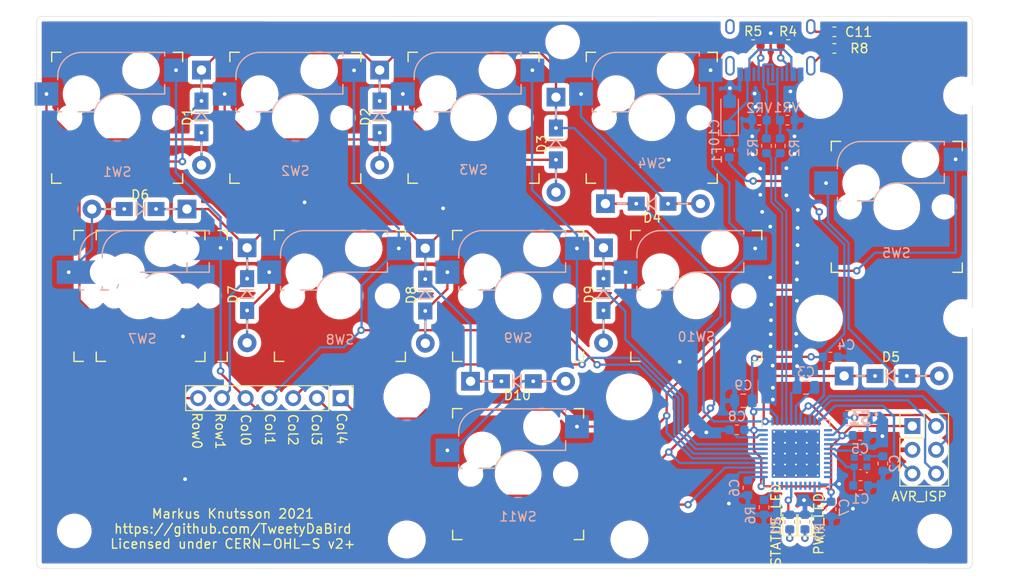
<source format=kicad_pcb>
(kicad_pcb (version 20171130) (host pcbnew "(5.1.6)-1")
  (title_block (title "Novelty Macropad") (date 2021-01-02) (rev 0.95) (company "Markus Knutsson <markus.knutsson@tweety.se>") (comment 1 https://github.com/TweetyDaBird) (comment 2 "Licensed under CERN-OHL-S v2 or superseding version"))
  (layers (0 F.Cu signal) (31 B.Cu signal) (34 B.Paste user hide) (35 F.Paste user hide) (36 B.SilkS user) (37 F.SilkS user) (38 B.Mask user hide) (39 F.Mask user hide) (44 Edge.Cuts user))
  (net 0 "")
  (net 1 "Net-(D1-Pad2)")
  (net 2 Row0)
  (net 3 "Net-(D2-Pad2)")
  (net 4 "Net-(D3-Pad2)")
  (net 5 "Net-(D4-Pad2)")
  (net 6 "Net-(D5-Pad2)")
  (net 7 "Net-(D6-Pad2)")
  (net 8 Row1)
  (net 9 "Net-(D7-Pad2)")
  (net 10 "Net-(D8-Pad2)")
  (net 11 "Net-(D9-Pad2)")
  (net 12 GND)
  (net 13 Col0)
  (net 14 Col1)
  (net 15 Col2)
  (net 16 Col3)
  (net 17 Col4)
  (net 18 "Net-(D10-Pad2)")
  (net 19 VCC)
  (net 20 VCC_USB)
  (net 21 "Net-(LED_1-Pad1)")
  (net 22 "Net-(LED_2-Pad1)")
  (net 23 D+)
  (net 24 D-)
  (net 25 RESET)
  (net 26 MISO)
  (net 27 MOSI)
  (net 28 SCK)
  (net 29 /XTAL1)
  (net 30 /XTAL2)
  (net 31 /UCAP)
  (net 32 "Net-(C11-Pad1)")
  (net 33 /LED)
  (net 34 /DD+)
  (net 35 /DD-)
  (net 36 "Net-(R4-Pad2)")
  (net 37 "Net-(R5-Pad2)")
  (net 38 /BOOT)
  (module SamacSys_Parts:EVPBB2A9B000 (layer B.Cu) (at 192.532 128.016 180)
    (fp_text reference S1 (at 0 0) (layer B.SilkS) (effects (font (size 1.27 1.27) (thickness 0.254)) (justify mirror)))
    (fp_text value EVP-BB2A9B000 hide)
    (pad 4 smd rect (at 1.575 0.375 90) (size 0.55 0.55) (layers B.Cu B.Paste B.Mask) (net 25 RESET))
    (pad 3 smd rect (at 1.575 -0.375 90) (size 0.55 0.55) (layers B.Cu B.Paste B.Mask) (net 25 RESET))
    (pad 2 smd rect (at -1.075 -0.375 90) (size 0.55 0.55) (layers B.Cu B.Paste B.Mask) (net 12 GND))
    (pad 1 smd rect (at -1.075 0.375 90) (size 0.55 0.55) (layers B.Cu B.Paste B.Mask) (net 12 GND))
  )
  (module Capacitor_SMD:C_0805_2012Metric (layer B.Cu) (at 180.0606 126.1618 180)
    (fp_text reference C9 (at 0 1.65) (layer B.SilkS) (effects (justify mirror)))
    (fp_text value 4u7)
    (pad 2 smd roundrect (at 0.9375 0 180) (size 0.975 1.4) (layers B.Cu B.Paste B.Mask) (net 12 GND))
    (pad 1 smd roundrect (at -0.9375 0 180) (size 0.975 1.4) (layers B.Cu B.Paste B.Mask) (net 19 VCC))
  )
  (module Capacitor_SMD:C_0603_1608Metric (layer B.Cu) (at 189.357 121.4882)
    (fp_text reference C4 (at 1.7018 -1.2954) (layer B.SilkS) (effects (justify mirror)))
    (fp_text value 0u1)
    (pad 2 smd roundrect (at 0.7875 0) (size 0.875 0.95) (layers B.Cu B.Paste B.Mask) (net 12 GND))
    (pad 1 smd roundrect (at -0.7875 0) (size 0.875 0.95) (layers B.Cu B.Paste B.Mask) (net 19 VCC))
  )
  (module Capacitor_SMD:C_0603_1608Metric (layer B.Cu) (at 194.9704 132.8768 270)
    (fp_text reference C2 (at 0 -1.2446 90) (layer B.SilkS) (effects (justify mirror)))
    (fp_text value 22p)
    (pad 2 smd roundrect (at 0.7875 0 270) (size 0.875 0.95) (layers B.Cu B.Paste B.Mask) (net 12 GND))
    (pad 1 smd roundrect (at -0.7875 0 270) (size 0.875 0.95) (layers B.Cu B.Paste B.Mask) (net 30 /XTAL2))
  )
  (module Capacitor_SMD:C_0805_2012Metric (layer B.Cu) (at 186.7408 124.7394 180)
    (fp_text reference C3 (at 0 1.65) (layer B.SilkS) (effects (justify mirror)))
    (fp_text value 1u)
    (pad 2 smd roundrect (at 0.9375 0 180) (size 0.975 1.4) (layers B.Cu B.Paste B.Mask) (net 12 GND))
    (pad 1 smd roundrect (at -0.9375 0 180) (size 0.975 1.4) (layers B.Cu B.Paste B.Mask) (net 31 /UCAP))
  )
  (module Connector_PinHeader_2.54mm:PinHeader_2x03_P2.54mm_Vertical (layer F.Cu) (at 198.12 128.8636)
    (fp_text reference J2 hide)
    (fp_text value Conn_01x06)
    (fp_text user AVR_ISP (at 0.7366 7.5344) (layer F.SilkS))
    (pad 6 thru_hole oval (at 2.54 5.08) (size 1.7 1.7) (drill 1) (layers *.Cu *.Mask) (net 27 MOSI))
    (pad 5 thru_hole oval (at 0 5.08) (size 1.7 1.7) (drill 1) (layers *.Cu *.Mask) (net 26 MISO))
    (pad 4 thru_hole oval (at 2.54 2.54) (size 1.7 1.7) (drill 1) (layers *.Cu *.Mask) (net 28 SCK))
    (pad 3 thru_hole oval (at 0 2.54) (size 1.7 1.7) (drill 1) (layers *.Cu *.Mask) (net 12 GND))
    (pad 2 thru_hole oval (at 2.54 0) (size 1.7 1.7) (drill 1) (layers *.Cu *.Mask) (net 25 RESET))
    (pad 1 thru_hole rect (at 0 0) (size 1.7 1.7) (drill 1) (layers *.Cu *.Mask) (net 19 VCC))
  )
  (module Resistor_SMD:R_0603_1608Metric (layer B.Cu) (at 186.6392 139.1252 90)
    (fp_text reference R7 (at -1.032 1.651 90) (layer B.SilkS) (effects (justify mirror)))
    (fp_text value 33)
    (pad 2 smd roundrect (at 0.7875 0 90) (size 0.875 0.95) (layers B.Cu B.Paste B.Mask) (net 12 GND))
    (pad 1 smd roundrect (at -0.7875 0 90) (size 0.875 0.95) (layers B.Cu B.Paste B.Mask) (net 22 "Net-(LED_2-Pad1)"))
  )
  (module Resistor_SMD:R_0603_1608Metric (layer B.Cu) (at 182.2704 137.5504 90)
    (fp_text reference R6 (at -0.8542 -1.4478 90) (layer B.SilkS) (effects (justify mirror)))
    (fp_text value 10k)
    (pad 2 smd roundrect (at 0.7875 0 90) (size 0.875 0.95) (layers B.Cu B.Paste B.Mask) (net 38 /BOOT))
    (pad 1 smd roundrect (at -0.7875 0 90) (size 0.875 0.95) (layers B.Cu B.Paste B.Mask) (net 12 GND))
  )
  (module Capacitor_Tantalum_SMD:CP_EIA-3216-18_Kemet-A (layer B.Cu) (at 178.5874 95.504 90)
    (fp_text reference C10 (at -1.9812 -1.6256 270) (layer B.SilkS) (effects (justify mirror)))
    (fp_text value 10uF)
    (pad 2 smd roundrect (at 1.35 0 90) (size 1.4 1.35) (layers B.Cu B.Paste B.Mask) (roundrect_rratio 0.185185) (net 12 GND))
    (pad 1 smd roundrect (at -1.35 0 90) (size 1.4 1.35) (layers B.Cu B.Paste B.Mask) (roundrect_rratio 0.185185) (net 20 VCC_USB))
  )
  (module Package_DFN_QFN:QFN-44-1EP_7x7mm_P0.5mm_EP5.15x5.15mm_ThermalVias (layer B.Cu) (at 185.674 131.81 270)
    (fp_text reference U1 hide)
    (fp_text value ATmega32U4)
    (pad 1 smd roundrect (at -3.4375 2.5 270) (size 0.875 0.25) (layers B.Cu B.Paste B.Mask) (net 2 Row0))
    (pad 2 smd roundrect (at -3.4375 2 270) (size 0.875 0.25) (layers B.Cu B.Paste B.Mask) (net 19 VCC))
    (pad 3 smd roundrect (at -3.4375 1.5 270) (size 0.875 0.25) (layers B.Cu B.Paste B.Mask) (net 35 /DD-))
    (pad 4 smd roundrect (at -3.4375 1 270) (size 0.875 0.25) (layers B.Cu B.Paste B.Mask) (net 34 /DD+))
    (pad 5 smd roundrect (at -3.4375 0.5 270) (size 0.875 0.25) (layers B.Cu B.Paste B.Mask) (net 12 GND))
    (pad 6 smd roundrect (at -3.4375 0 270) (size 0.875 0.25) (layers B.Cu B.Paste B.Mask) (net 31 /UCAP))
    (pad 7 smd roundrect (at -3.4375 -0.5 270) (size 0.875 0.25) (layers B.Cu B.Paste B.Mask) (net 19 VCC))
    (pad 8 smd roundrect (at -3.4375 -1 270) (size 0.875 0.25) (layers B.Cu B.Paste B.Mask))
    (pad 9 smd roundrect (at -3.4375 -1.5 270) (size 0.875 0.25) (layers B.Cu B.Paste B.Mask) (net 28 SCK))
    (pad 10 smd roundrect (at -3.4375 -2 270) (size 0.875 0.25) (layers B.Cu B.Paste B.Mask) (net 27 MOSI))
    (pad 11 smd roundrect (at -3.4375 -2.5 270) (size 0.875 0.25) (layers B.Cu B.Paste B.Mask) (net 26 MISO))
    (pad 12 smd roundrect (at -2.5 -3.4375 270) (size 0.25 0.875) (layers B.Cu B.Paste B.Mask))
    (pad 13 smd roundrect (at -2 -3.4375 270) (size 0.25 0.875) (layers B.Cu B.Paste B.Mask) (net 25 RESET))
    (pad 14 smd roundrect (at -1.5 -3.4375 270) (size 0.25 0.875) (layers B.Cu B.Paste B.Mask) (net 19 VCC))
    (pad 15 smd roundrect (at -1 -3.4375 270) (size 0.25 0.875) (layers B.Cu B.Paste B.Mask) (net 12 GND))
    (pad 16 smd roundrect (at -0.5 -3.4375 270) (size 0.25 0.875) (layers B.Cu B.Paste B.Mask) (net 30 /XTAL2))
    (pad 17 smd roundrect (at 0 -3.4375 270) (size 0.25 0.875) (layers B.Cu B.Paste B.Mask) (net 29 /XTAL1))
    (pad 18 smd roundrect (at 0.5 -3.4375 270) (size 0.25 0.875) (layers B.Cu B.Paste B.Mask))
    (pad 19 smd roundrect (at 1 -3.4375 270) (size 0.25 0.875) (layers B.Cu B.Paste B.Mask))
    (pad 20 smd roundrect (at 1.5 -3.4375 270) (size 0.25 0.875) (layers B.Cu B.Paste B.Mask))
    (pad 21 smd roundrect (at 2 -3.4375 270) (size 0.25 0.875) (layers B.Cu B.Paste B.Mask))
    (pad 22 smd roundrect (at 2.5 -3.4375 270) (size 0.25 0.875) (layers B.Cu B.Paste B.Mask))
    (pad 23 smd roundrect (at 3.4375 -2.5 270) (size 0.875 0.25) (layers B.Cu B.Paste B.Mask) (net 12 GND))
    (pad 24 smd roundrect (at 3.4375 -2 270) (size 0.875 0.25) (layers B.Cu B.Paste B.Mask) (net 19 VCC))
    (pad 25 smd roundrect (at 3.4375 -1.5 270) (size 0.875 0.25) (layers B.Cu B.Paste B.Mask))
    (pad 26 smd roundrect (at 3.4375 -1 270) (size 0.875 0.25) (layers B.Cu B.Paste B.Mask))
    (pad 27 smd roundrect (at 3.4375 -0.5 270) (size 0.875 0.25) (layers B.Cu B.Paste B.Mask))
    (pad 28 smd roundrect (at 3.4375 0 270) (size 0.875 0.25) (layers B.Cu B.Paste B.Mask))
    (pad 29 smd roundrect (at 3.4375 0.5 270) (size 0.875 0.25) (layers B.Cu B.Paste B.Mask) (net 33 /LED))
    (pad 30 smd roundrect (at 3.4375 1 270) (size 0.875 0.25) (layers B.Cu B.Paste B.Mask))
    (pad 31 smd roundrect (at 3.4375 1.5 270) (size 0.875 0.25) (layers B.Cu B.Paste B.Mask))
    (pad 32 smd roundrect (at 3.4375 2 270) (size 0.875 0.25) (layers B.Cu B.Paste B.Mask))
    (pad 33 smd roundrect (at 3.4375 2.5 270) (size 0.875 0.25) (layers B.Cu B.Paste B.Mask) (net 38 /BOOT))
    (pad 34 smd roundrect (at 2.5 3.4375 270) (size 0.25 0.875) (layers B.Cu B.Paste B.Mask) (net 19 VCC))
    (pad 35 smd roundrect (at 2 3.4375 270) (size 0.25 0.875) (layers B.Cu B.Paste B.Mask) (net 12 GND))
    (pad 36 smd roundrect (at 1.5 3.4375 270) (size 0.25 0.875) (layers B.Cu B.Paste B.Mask) (net 13 Col0))
    (pad 37 smd roundrect (at 1 3.4375 270) (size 0.25 0.875) (layers B.Cu B.Paste B.Mask) (net 16 Col3))
    (pad 38 smd roundrect (at 0.5 3.4375 270) (size 0.25 0.875) (layers B.Cu B.Paste B.Mask) (net 17 Col4))
    (pad 39 smd roundrect (at 0 3.4375 270) (size 0.25 0.875) (layers B.Cu B.Paste B.Mask) (net 14 Col1))
    (pad 40 smd roundrect (at -0.5 3.4375 270) (size 0.25 0.875) (layers B.Cu B.Paste B.Mask) (net 15 Col2))
    (pad 41 smd roundrect (at -1 3.4375 270) (size 0.25 0.875) (layers B.Cu B.Paste B.Mask) (net 8 Row1))
    (pad 42 smd roundrect (at -1.5 3.4375 270) (size 0.25 0.875) (layers B.Cu B.Paste B.Mask))
    (pad 43 smd roundrect (at -2 3.4375 270) (size 0.25 0.875) (layers B.Cu B.Paste B.Mask) (net 12 GND))
    (pad 44 smd roundrect (at -2.5 3.4375 270) (size 0.25 0.875) (layers B.Cu B.Paste B.Mask) (net 19 VCC))
    (pad 45 smd rect (at 0 0 270) (size 5.15 5.15) (layers B.Cu B.Mask))
    (pad 45 thru_hole circle (at -2.325 2.325 270) (size 0.5 0.5) (drill 0.2) (layers *.Cu))
    (pad 45 thru_hole circle (at -1.1625 2.325 270) (size 0.5 0.5) (drill 0.2) (layers *.Cu))
    (pad 45 thru_hole circle (at 0 2.325 270) (size 0.5 0.5) (drill 0.2) (layers *.Cu))
    (pad 45 thru_hole circle (at 1.1625 2.325 270) (size 0.5 0.5) (drill 0.2) (layers *.Cu))
    (pad 45 thru_hole circle (at 2.325 2.325 270) (size 0.5 0.5) (drill 0.2) (layers *.Cu))
    (pad 45 thru_hole circle (at -2.325 1.1625 270) (size 0.5 0.5) (drill 0.2) (layers *.Cu))
    (pad 45 thru_hole circle (at -1.1625 1.1625 270) (size 0.5 0.5) (drill 0.2) (layers *.Cu))
    (pad 45 thru_hole circle (at 0 1.1625 270) (size 0.5 0.5) (drill 0.2) (layers *.Cu))
    (pad 45 thru_hole circle (at 1.1625 1.1625 270) (size 0.5 0.5) (drill 0.2) (layers *.Cu))
    (pad 45 thru_hole circle (at 2.325 1.1625 270) (size 0.5 0.5) (drill 0.2) (layers *.Cu))
    (pad 45 thru_hole circle (at -2.325 0 270) (size 0.5 0.5) (drill 0.2) (layers *.Cu))
    (pad 45 thru_hole circle (at -1.1625 0 270) (size 0.5 0.5) (drill 0.2) (layers *.Cu))
    (pad 45 thru_hole circle (at 0 0 270) (size 0.5 0.5) (drill 0.2) (layers *.Cu))
    (pad 45 thru_hole circle (at 1.1625 0 270) (size 0.5 0.5) (drill 0.2) (layers *.Cu))
    (pad 45 thru_hole circle (at 2.325 0 270) (size 0.5 0.5) (drill 0.2) (layers *.Cu))
    (pad 45 thru_hole circle (at -2.325 -1.1625 270) (size 0.5 0.5) (drill 0.2) (layers *.Cu))
    (pad 45 thru_hole circle (at -1.1625 -1.1625 270) (size 0.5 0.5) (drill 0.2) (layers *.Cu))
    (pad 45 thru_hole circle (at 0 -1.1625 270) (size 0.5 0.5) (drill 0.2) (layers *.Cu))
    (pad 45 thru_hole circle (at 1.1625 -1.1625 270) (size 0.5 0.5) (drill 0.2) (layers *.Cu))
    (pad 45 thru_hole circle (at 2.325 -1.1625 270) (size 0.5 0.5) (drill 0.2) (layers *.Cu))
    (pad 45 thru_hole circle (at -2.325 -2.325 270) (size 0.5 0.5) (drill 0.2) (layers *.Cu))
    (pad 45 thru_hole circle (at -1.1625 -2.325 270) (size 0.5 0.5) (drill 0.2) (layers *.Cu))
    (pad 45 thru_hole circle (at 0 -2.325 270) (size 0.5 0.5) (drill 0.2) (layers *.Cu))
    (pad 45 thru_hole circle (at 1.1625 -2.325 270) (size 0.5 0.5) (drill 0.2) (layers *.Cu))
    (pad 45 thru_hole circle (at 2.325 -2.325 270) (size 0.5 0.5) (drill 0.2) (layers *.Cu))
    (pad 45 smd rect (at 0 0 270) (size 5.15 5.15) (layers F.Cu))
  )
  (module Resistor_SMD:R_0603_1608Metric (layer B.Cu) (at 184.7596 96.1644 180)
    (fp_text reference VR1 (at 0.0762 1.3462) (layer B.SilkS) (effects (justify mirror)))
    (fp_text value CG0603MLC-05E)
    (pad 2 smd roundrect (at 0.7875 0 180) (size 0.875 0.95) (layers B.Cu B.Paste B.Mask) (net 23 D+))
    (pad 1 smd roundrect (at -0.7875 0 180) (size 0.875 0.95) (layers B.Cu B.Paste B.Mask) (net 12 GND))
  )
  (module "Keyboard Library:HRO-TYPE-C-31-M-12-Assembly" (layer B.Cu) (at 182.9435 83.566)
    (fp_text reference USB1 hide)
    (fp_text value USB_C_Receptacle_USB2.0)
    (pad B9 smd rect (at -2.45 7.695) (size 0.6 1.45) (layers B.Cu B.Paste B.Mask) (net 20 VCC_USB))
    (pad A9 smd rect (at 2.45 7.695) (size 0.6 1.45) (layers B.Cu B.Paste B.Mask) (net 20 VCC_USB))
    (pad A12 smd rect (at 3.225 7.695) (size 0.6 1.45) (layers B.Cu B.Paste B.Mask) (net 12 GND))
    (pad B12 smd rect (at -3.225 7.695) (size 0.6 1.45) (layers B.Cu B.Paste B.Mask) (net 12 GND))
    (pad B1 smd rect (at 3.225 7.695) (size 0.6 1.45) (layers B.Cu B.Paste B.Mask) (net 12 GND))
    (pad A1 smd rect (at -3.225 7.695) (size 0.6 1.45) (layers B.Cu B.Paste B.Mask) (net 12 GND))
    (pad B4 smd rect (at 2.45 7.695) (size 0.6 1.45) (layers B.Cu B.Paste B.Mask) (net 20 VCC_USB))
    (pad A4 smd rect (at -2.45 7.695) (size 0.6 1.45) (layers B.Cu B.Paste B.Mask) (net 20 VCC_USB))
    (pad B8 smd rect (at -1.75 7.695) (size 0.3 1.45) (layers B.Cu B.Paste B.Mask))
    (pad B5 smd rect (at 1.75 7.695) (size 0.3 1.45) (layers B.Cu B.Paste B.Mask) (net 36 "Net-(R4-Pad2)"))
    (pad A5 smd rect (at -1.25 7.695) (size 0.3 1.45) (layers B.Cu B.Paste B.Mask) (net 37 "Net-(R5-Pad2)"))
    (pad A8 smd rect (at 1.25 7.695) (size 0.3 1.45) (layers B.Cu B.Paste B.Mask))
    (pad B7 smd rect (at -0.75 7.695) (size 0.3 1.45) (layers B.Cu B.Paste B.Mask) (net 24 D-))
    (pad B6 smd rect (at 0.75 7.695) (size 0.3 1.45) (layers B.Cu B.Paste B.Mask) (net 23 D+))
    (pad A7 smd rect (at 0.25 7.695) (size 0.3 1.45) (layers B.Cu B.Paste B.Mask) (net 24 D-))
    (pad A6 smd rect (at -0.25 7.695) (size 0.3 1.45) (layers B.Cu B.Paste B.Mask) (net 23 D+))
    (pad "" np_thru_hole circle (at 2.89 6.25) (size 0.65 0.65) (drill 0.65) (layers *.Cu *.Mask))
    (pad "" np_thru_hole circle (at -2.89 6.25) (size 0.65 0.65) (drill 0.65) (layers *.Cu *.Mask))
    (pad S1 thru_hole oval (at -4.32 6.78) (size 1 2.1) (drill oval 0.6 1.7) (layers *.Cu *.Mask) (net 32 "Net-(C11-Pad1)"))
    (pad S1 thru_hole oval (at 4.32 6.78) (size 1 2.1) (drill oval 0.6 1.7) (layers *.Cu *.Mask) (net 32 "Net-(C11-Pad1)"))
    (pad S1 thru_hole oval (at -4.32 2.6) (size 1 1.6) (drill oval 0.6 1.2) (layers *.Cu *.Mask) (net 32 "Net-(C11-Pad1)"))
    (pad S1 thru_hole oval (at 4.32 2.6) (size 1 1.6) (drill oval 0.6 1.2) (layers *.Cu *.Mask) (net 32 "Net-(C11-Pad1)"))
  )
  (module "Keyboard Library:XRCGB16M000FXN1R0" (layer B.Cu) (at 192.5828 132.7244 180)
    (fp_text reference X1 hide)
    (fp_text value XRCGB16M000FXN00R0 hide)
    (pad 1 smd rect (at -0.675 0.5 90) (size 0.7 0.75) (layers B.Cu B.Paste B.Mask) (net 30 /XTAL2))
    (pad "" smd rect (at 0.675 0.5 90) (size 0.7 0.75) (layers B.Cu B.Paste B.Mask))
    (pad 3 smd rect (at 0.675 -0.5 90) (size 0.7 0.75) (layers B.Cu B.Paste B.Mask) (net 29 /XTAL1))
    (pad "" smd rect (at -0.675 -0.5 90) (size 0.7 0.75) (layers B.Cu B.Paste B.Mask))
  )
  (module Resistor_SMD:R_0603_1608Metric (layer B.Cu) (at 181.7624 96.1644)
    (fp_text reference VR2 (at -0.0254 -1.2954) (layer B.SilkS) (effects (justify mirror)))
    (fp_text value CG0603MLC-05E)
    (pad 2 smd roundrect (at 0.7875 0) (size 0.875 0.95) (layers B.Cu B.Paste B.Mask) (net 24 D-))
    (pad 1 smd roundrect (at -0.7875 0) (size 0.875 0.95) (layers B.Cu B.Paste B.Mask) (net 12 GND))
  )
  (module Resistor_SMD:R_0603_1608Metric (layer B.Cu) (at 185.0136 139.1252 90)
    (fp_text reference R1 (at -0.4986 -1.4732 270) (layer B.SilkS) (effects (justify mirror)))
    (fp_text value 33)
    (pad 2 smd roundrect (at 0.7875 0 90) (size 0.875 0.95) (layers B.Cu B.Paste B.Mask) (net 12 GND))
    (pad 1 smd roundrect (at -0.7875 0 90) (size 0.875 0.95) (layers B.Cu B.Paste B.Mask) (net 21 "Net-(LED_1-Pad1)"))
  )
  (module Resistor_SMD:R_0603_1608Metric (layer B.Cu) (at 182.5244 98.9076 90)
    (fp_text reference R3 (at -0.2032 -1.4478 270) (layer B.SilkS) (effects (justify mirror)))
    (fp_text value 22)
    (pad 2 smd roundrect (at 0.7875 0 90) (size 0.875 0.95) (layers B.Cu B.Paste B.Mask) (net 24 D-))
    (pad 1 smd roundrect (at -0.7875 0 90) (size 0.875 0.95) (layers B.Cu B.Paste B.Mask) (net 35 /DD-))
  )
  (module Resistor_SMD:R_0603_1608Metric (layer B.Cu) (at 183.9976 98.9076 270)
    (fp_text reference R2 (at 0.254 -1.524 270) (layer B.SilkS) (effects (justify mirror)))
    (fp_text value 22)
    (pad 2 smd roundrect (at 0.7875 0 270) (size 0.875 0.95) (layers B.Cu B.Paste B.Mask) (net 34 /DD+))
    (pad 1 smd roundrect (at -0.7875 0 270) (size 0.875 0.95) (layers B.Cu B.Paste B.Mask) (net 23 D+))
  )
  (module Resistor_SMD:R_0603_1608Metric (layer F.Cu) (at 184.8485 88.0745 180)
    (fp_text reference R4 (at 0.0127 1.3843) (layer F.SilkS))
    (fp_text value 5k1)
    (pad 2 smd roundrect (at 0.7875 0 180) (size 0.875 0.95) (layers F.Cu F.Paste F.Mask) (net 36 "Net-(R4-Pad2)"))
    (pad 1 smd roundrect (at -0.7875 0 180) (size 0.875 0.95) (layers F.Cu F.Paste F.Mask) (net 12 GND))
  )
  (module Resistor_SMD:R_0603_1608Metric (layer F.Cu) (at 181.102 88.0872)
    (fp_text reference R5 (at 0 -1.43) (layer F.SilkS))
    (fp_text value 5k1)
    (pad 2 smd roundrect (at 0.7875 0) (size 0.875 0.95) (layers F.Cu F.Paste F.Mask) (net 37 "Net-(R5-Pad2)"))
    (pad 1 smd roundrect (at -0.7875 0) (size 0.875 0.95) (layers F.Cu F.Paste F.Mask) (net 12 GND))
  )
  (module Resistor_SMD:R_0603_1608Metric (layer F.Cu) (at 189.7888 88.4936)
    (fp_text reference R8 (at 2.667 0) (layer F.SilkS))
    (fp_text value 330)
    (pad 2 smd roundrect (at 0.7875 0) (size 0.875 0.95) (layers F.Cu F.Paste F.Mask) (net 12 GND))
    (pad 1 smd roundrect (at -0.7875 0) (size 0.875 0.95) (layers F.Cu F.Paste F.Mask) (net 32 "Net-(C11-Pad1)"))
  )
  (module LED_SMD:LED_0603_1608Metric (layer F.Cu) (at 185.0136 139.1252 90)
    (fp_text reference LED_1 hide)
    (fp_text value STATUS_LED (at -0.2954 -1.4732 270) (layer F.SilkS))
    (pad 2 smd roundrect (at 0.7875 0 90) (size 0.875 0.95) (layers F.Cu F.Paste F.Mask) (net 33 /LED))
    (pad 1 smd roundrect (at -0.7875 0 90) (size 0.875 0.95) (layers F.Cu F.Paste F.Mask) (net 21 "Net-(LED_1-Pad1)"))
  )
  (module LED_SMD:LED_0603_1608Metric (layer F.Cu) (at 186.6392 139.1252 90)
    (fp_text reference LED_2 hide)
    (fp_text value PWR_LED (at -0.1938 1.4732 90) (layer F.SilkS))
    (pad 2 smd roundrect (at 0.7875 0 90) (size 0.875 0.95) (layers F.Cu F.Paste F.Mask) (net 19 VCC))
    (pad 1 smd roundrect (at -0.7875 0 90) (size 0.875 0.95) (layers F.Cu F.Paste F.Mask) (net 22 "Net-(LED_2-Pad1)"))
  )
  (module Fuse:Fuse_0603_1608Metric (layer B.Cu) (at 178.562 99.3394 90)
    (fp_text reference F1 (at -0.5842 -1.3208 270) (layer B.SilkS) (effects (justify mirror)))
    (fp_text value 500mA)
    (pad 2 smd roundrect (at 0.7875 0 90) (size 0.875 0.95) (layers B.Cu B.Paste B.Mask) (net 20 VCC_USB))
    (pad 1 smd roundrect (at -0.7875 0 90) (size 0.875 0.95) (layers B.Cu B.Paste B.Mask) (net 19 VCC))
  )
  (module Capacitor_SMD:C_0603_1608Metric (layer B.Cu) (at 179.3748 129.27 180)
    (fp_text reference C8 (at 0 1.43) (layer B.SilkS) (effects (justify mirror)))
    (fp_text value 0u1)
    (pad 2 smd roundrect (at 0.7875 0 180) (size 0.875 0.95) (layers B.Cu B.Paste B.Mask) (net 12 GND))
    (pad 1 smd roundrect (at -0.7875 0 180) (size 0.875 0.95) (layers B.Cu B.Paste B.Mask) (net 19 VCC))
  )
  (module Capacitor_SMD:C_0603_1608Metric (layer B.Cu) (at 189.4332 137.7536 270)
    (fp_text reference C7 (at -0.1872 -1.4224 90) (layer B.SilkS) (effects (justify mirror)))
    (fp_text value 0u1)
    (pad 2 smd roundrect (at 0.7875 0 270) (size 0.875 0.95) (layers B.Cu B.Paste B.Mask) (net 12 GND))
    (pad 1 smd roundrect (at -0.7875 0 270) (size 0.875 0.95) (layers B.Cu B.Paste B.Mask) (net 19 VCC))
  )
  (module Capacitor_SMD:C_0603_1608Metric (layer B.Cu) (at 192.5828 135.2136)
    (fp_text reference C1 (at 0 1.43) (layer B.SilkS) (effects (justify mirror)))
    (fp_text value 22p)
    (pad 2 smd roundrect (at 0.7875 0) (size 0.875 0.95) (layers B.Cu B.Paste B.Mask) (net 12 GND))
    (pad 1 smd roundrect (at -0.7875 0) (size 0.875 0.95) (layers B.Cu B.Paste B.Mask) (net 29 /XTAL1))
  )
  (module Capacitor_SMD:C_0603_1608Metric (layer B.Cu) (at 180.5432 135.4676 270)
    (fp_text reference C6 (at 0 1.43 270) (layer B.SilkS) (effects (justify mirror)))
    (fp_text value 0u1)
    (pad 2 smd roundrect (at 0.7875 0 270) (size 0.875 0.95) (layers B.Cu B.Paste B.Mask) (net 12 GND))
    (pad 1 smd roundrect (at -0.7875 0 270) (size 0.875 0.95) (layers B.Cu B.Paste B.Mask) (net 19 VCC))
  )
  (module Capacitor_SMD:C_0603_1608Metric (layer B.Cu) (at 192.532 129.8702)
    (fp_text reference C5 (at 0 1.43) (layer B.SilkS) (effects (justify mirror)))
    (fp_text value 0u1)
    (pad 2 smd roundrect (at 0.7875 0) (size 0.875 0.95) (layers B.Cu B.Paste B.Mask) (net 12 GND))
    (pad 1 smd roundrect (at -0.7875 0) (size 0.875 0.95) (layers B.Cu B.Paste B.Mask) (net 19 VCC))
  )
  (module Capacitor_SMD:C_0603_1608Metric (layer F.Cu) (at 189.7888 86.7156)
    (fp_text reference C11 (at 2.5908 0.0254) (layer F.SilkS))
    (fp_text value 0u1)
    (pad 2 smd roundrect (at 0.7875 0) (size 0.875 0.95) (layers F.Cu F.Paste F.Mask) (net 12 GND))
    (pad 1 smd roundrect (at -0.7875 0) (size 0.875 0.95) (layers F.Cu F.Paste F.Mask) (net 32 "Net-(C11-Pad1)"))
  )
  (module Connector_PinHeader_2.54mm:PinHeader_1x07_P2.54mm_Vertical (layer F.Cu) (at 137.0076 125.8824 270)
    (fp_text reference J1 hide)
    (fp_text value Conn_01x07)
    (pad 7 thru_hole oval (at 0 15.24 270) (size 1.7 1.7) (drill 1) (layers *.Cu *.Mask) (net 2 Row0))
    (pad 6 thru_hole oval (at 0 12.7 270) (size 1.7 1.7) (drill 1) (layers *.Cu *.Mask) (net 8 Row1))
    (pad 5 thru_hole oval (at 0 10.16 270) (size 1.7 1.7) (drill 1) (layers *.Cu *.Mask) (net 13 Col0))
    (pad 4 thru_hole oval (at 0 7.62 270) (size 1.7 1.7) (drill 1) (layers *.Cu *.Mask) (net 14 Col1))
    (pad 3 thru_hole oval (at 0 5.08 270) (size 1.7 1.7) (drill 1) (layers *.Cu *.Mask) (net 15 Col2))
    (pad 2 thru_hole oval (at 0 2.54 270) (size 1.7 1.7) (drill 1) (layers *.Cu *.Mask) (net 16 Col3))
    (pad 1 thru_hole rect (at 0 0 270) (size 1.7 1.7) (drill 1) (layers *.Cu *.Mask) (net 17 Col4))
  )
  (module MountingHole:MountingHole_2.7mm_M2.5 (layer F.Cu) (at 160.7312 87.8078)
    (fp_text reference H3 hide)
    (fp_text value MountingHole)
    (pad 1 np_thru_hole circle (at 0 0) (size 2.7 2.7) (drill 2.7) (layers *.Cu *.Mask))
  )
  (module MountingHole:MountingHole_2.7mm_M2.5 (layer F.Cu) (at 200.5202 140.094)
    (fp_text reference H2 hide)
    (fp_text value MountingHole)
    (pad 1 np_thru_hole circle (at 0 0) (size 2.7 2.7) (drill 2.7) (layers *.Cu *.Mask))
  )
  (module MountingHole:MountingHole_2.7mm_M2.5 (layer F.Cu) (at 108.5226 140.0796)
    (fp_text reference H1 hide)
    (fp_text value MountingHole)
    (pad 1 np_thru_hole circle (at 0 0) (size 2.7 2.7) (drill 2.7) (layers *.Cu *.Mask))
  )
  (module "Keyboard Library:Stabilizer_MX_2u" (layer F.Cu) (at 196.45575 105.429 270)
    (fp_text reference ST2 hide)
    (fp_text value Stabilizer_2u_MX hide)
    (pad "" np_thru_hole circle (at 11.9 8.255 270) (size 3.9878 3.9878) (drill 3.9878) (layers *.Cu *.Mask))
    (pad "" np_thru_hole circle (at -11.9 8.255 270) (size 3.9878 3.9878) (drill 3.9878) (layers *.Cu *.Mask))
    (pad "" np_thru_hole circle (at 11.9 -6.985 270) (size 3.048 3.048) (drill 3.048) (layers *.Cu *.Mask))
    (pad "" np_thru_hole circle (at -11.9 -6.985 270) (size 3.048 3.048) (drill 3.048) (layers *.Cu *.Mask))
  )
  (module "Keyboard Library:Stabilizer_MX_2u" (layer F.Cu) (at 155.9745 134.004 180)
    (fp_text reference ST1 hide)
    (fp_text value Stabilizer_2u_MX hide)
    (pad "" np_thru_hole circle (at 11.9 8.255 180) (size 3.9878 3.9878) (drill 3.9878) (layers *.Cu *.Mask))
    (pad "" np_thru_hole circle (at -11.9 8.255 180) (size 3.9878 3.9878) (drill 3.9878) (layers *.Cu *.Mask))
    (pad "" np_thru_hole circle (at 11.9 -6.985 180) (size 3.048 3.048) (drill 3.048) (layers *.Cu *.Mask))
    (pad "" np_thru_hole circle (at -11.9 -6.985 180) (size 3.048 3.048) (drill 3.048) (layers *.Cu *.Mask))
  )
  (module keyswitches:Kailh_socket_MX (layer F.Cu) (at 117.8745 114.954)
    (fp_text reference SW7 (at -2.0759 4.5784) (layer B.SilkS) (effects (justify mirror)))
    (fp_text value SW_Push)
    (pad 2 smd rect (at -7.56 -2.54) (size 2.55 2.5) (layers B.Cu B.Paste B.Mask) (net 7 "Net-(D6-Pad2)"))
    (pad "" np_thru_hole circle (at -5.08 0) (size 1.7018 1.7018) (drill 1.7018) (layers *.Cu *.Mask))
    (pad "" np_thru_hole circle (at 5.08 0) (size 1.7018 1.7018) (drill 1.7018) (layers *.Cu *.Mask))
    (pad "" np_thru_hole circle (at 0 0) (size 3.9878 3.9878) (drill 3.9878) (layers *.Cu *.Mask))
    (pad "" np_thru_hole circle (at -3.81 -2.54) (size 3 3) (drill 3) (layers *.Cu *.Mask))
    (pad "" np_thru_hole circle (at 2.54 -5.08) (size 3 3) (drill 3) (layers *.Cu *.Mask))
    (pad 1 smd rect (at 6.29 -5.08) (size 2.55 2.5) (layers B.Cu B.Paste B.Mask) (net 13 Col0))
  )
  (module keyswitches:Kailh_socket_MX (layer F.Cu) (at 155.9745 134.004)
    (fp_text reference SW11 (at -0.0185 4.553) (layer B.SilkS) (effects (justify mirror)))
    (fp_text value SW_Push)
    (pad 2 smd rect (at -7.56 -2.54) (size 2.55 2.5) (layers B.Cu B.Paste B.Mask) (net 18 "Net-(D10-Pad2)"))
    (pad "" np_thru_hole circle (at -5.08 0) (size 1.7018 1.7018) (drill 1.7018) (layers *.Cu *.Mask))
    (pad "" np_thru_hole circle (at 5.08 0) (size 1.7018 1.7018) (drill 1.7018) (layers *.Cu *.Mask))
    (pad "" np_thru_hole circle (at 0 0) (size 3.9878 3.9878) (drill 3.9878) (layers *.Cu *.Mask))
    (pad "" np_thru_hole circle (at -3.81 -2.54) (size 3 3) (drill 3) (layers *.Cu *.Mask))
    (pad "" np_thru_hole circle (at 2.54 -5.08) (size 3 3) (drill 3) (layers *.Cu *.Mask))
    (pad 1 smd rect (at 6.29 -5.08) (size 2.55 2.5) (layers B.Cu B.Paste B.Mask) (net 17 Col4))
  )
  (module keyswitches:Kailh_socket_MX (layer F.Cu) (at 175.0245 114.954)
    (fp_text reference SW10 (at 0.0069 4.3752) (layer B.SilkS) (effects (justify mirror)))
    (fp_text value SW_Push)
    (pad 2 smd rect (at -7.56 -2.54) (size 2.55 2.5) (layers B.Cu B.Paste B.Mask) (net 11 "Net-(D9-Pad2)"))
    (pad "" np_thru_hole circle (at -5.08 0) (size 1.7018 1.7018) (drill 1.7018) (layers *.Cu *.Mask))
    (pad "" np_thru_hole circle (at 5.08 0) (size 1.7018 1.7018) (drill 1.7018) (layers *.Cu *.Mask))
    (pad "" np_thru_hole circle (at 0 0) (size 3.9878 3.9878) (drill 3.9878) (layers *.Cu *.Mask))
    (pad "" np_thru_hole circle (at -3.81 -2.54) (size 3 3) (drill 3) (layers *.Cu *.Mask))
    (pad "" np_thru_hole circle (at 2.54 -5.08) (size 3 3) (drill 3) (layers *.Cu *.Mask))
    (pad 1 smd rect (at 6.29 -5.08) (size 2.55 2.5) (layers B.Cu B.Paste B.Mask) (net 16 Col3))
  )
  (module keyswitches:Kailh_socket_MX (layer F.Cu) (at 155.9745 114.954)
    (fp_text reference SW9 (at 0 4.5022) (layer B.SilkS) (effects (justify mirror)))
    (fp_text value SW_Push)
    (pad 2 smd rect (at -7.56 -2.54) (size 2.55 2.5) (layers B.Cu B.Paste B.Mask) (net 10 "Net-(D8-Pad2)"))
    (pad "" np_thru_hole circle (at -5.08 0) (size 1.7018 1.7018) (drill 1.7018) (layers *.Cu *.Mask))
    (pad "" np_thru_hole circle (at 5.08 0) (size 1.7018 1.7018) (drill 1.7018) (layers *.Cu *.Mask))
    (pad "" np_thru_hole circle (at 0 0) (size 3.9878 3.9878) (drill 3.9878) (layers *.Cu *.Mask))
    (pad "" np_thru_hole circle (at -3.81 -2.54) (size 3 3) (drill 3) (layers *.Cu *.Mask))
    (pad "" np_thru_hole circle (at 2.54 -5.08) (size 3 3) (drill 3) (layers *.Cu *.Mask))
    (pad 1 smd rect (at 6.29 -5.08) (size 2.55 2.5) (layers B.Cu B.Paste B.Mask) (net 15 Col2))
  )
  (module keyswitches:Kailh_socket_MX (layer F.Cu) (at 136.9245 114.954)
    (fp_text reference SW8 (at 0.0069 4.68) (layer B.SilkS) (effects (justify mirror)))
    (fp_text value SW_Push)
    (pad 2 smd rect (at -7.56 -2.54) (size 2.55 2.5) (layers B.Cu B.Paste B.Mask) (net 9 "Net-(D7-Pad2)"))
    (pad "" np_thru_hole circle (at -5.08 0) (size 1.7018 1.7018) (drill 1.7018) (layers *.Cu *.Mask))
    (pad "" np_thru_hole circle (at 5.08 0) (size 1.7018 1.7018) (drill 1.7018) (layers *.Cu *.Mask))
    (pad "" np_thru_hole circle (at 0 0) (size 3.9878 3.9878) (drill 3.9878) (layers *.Cu *.Mask))
    (pad "" np_thru_hole circle (at -3.81 -2.54) (size 3 3) (drill 3) (layers *.Cu *.Mask))
    (pad "" np_thru_hole circle (at 2.54 -5.08) (size 3 3) (drill 3) (layers *.Cu *.Mask))
    (pad 1 smd rect (at 6.29 -5.08) (size 2.55 2.5) (layers B.Cu B.Paste B.Mask) (net 14 Col1))
  )
  (module keyswitches:Kailh_socket_MX (layer F.Cu) (at 115.49325 114.954)
    (fp_text reference SW6 hide)
    (fp_text value SW_Push)
    (pad 2 smd rect (at -7.56 -2.54) (size 2.55 2.5) (layers B.Cu B.Paste B.Mask) (net 7 "Net-(D6-Pad2)"))
    (pad "" np_thru_hole circle (at -5.08 0) (size 1.7018 1.7018) (drill 1.7018) (layers *.Cu *.Mask))
    (pad "" np_thru_hole circle (at 5.08 0) (size 1.7018 1.7018) (drill 1.7018) (layers *.Cu *.Mask))
    (pad "" np_thru_hole circle (at 0 0) (size 3.9878 3.9878) (drill 3.9878) (layers *.Cu *.Mask))
    (pad "" np_thru_hole circle (at -3.81 -2.54) (size 3 3) (drill 3) (layers *.Cu *.Mask))
    (pad "" np_thru_hole circle (at 2.54 -5.08) (size 3 3) (drill 3) (layers *.Cu *.Mask))
    (pad 1 smd rect (at 6.29 -5.08) (size 2.55 2.5) (layers B.Cu B.Paste B.Mask) (net 13 Col0))
  )
  (module keyswitches:Kailh_socket_MX (layer F.Cu) (at 196.45575 105.429)
    (fp_text reference SW5 (at -0.03755 4.934) (layer B.SilkS) (effects (justify mirror)))
    (fp_text value SW_Push)
    (pad 2 smd rect (at -7.56 -2.54) (size 2.55 2.5) (layers B.Cu B.Paste B.Mask) (net 6 "Net-(D5-Pad2)"))
    (pad "" np_thru_hole circle (at -5.08 0) (size 1.7018 1.7018) (drill 1.7018) (layers *.Cu *.Mask))
    (pad "" np_thru_hole circle (at 5.08 0) (size 1.7018 1.7018) (drill 1.7018) (layers *.Cu *.Mask))
    (pad "" np_thru_hole circle (at 0 0) (size 3.9878 3.9878) (drill 3.9878) (layers *.Cu *.Mask))
    (pad "" np_thru_hole circle (at -3.81 -2.54) (size 3 3) (drill 3) (layers *.Cu *.Mask))
    (pad "" np_thru_hole circle (at 2.54 -5.08) (size 3 3) (drill 3) (layers *.Cu *.Mask))
    (pad 1 smd rect (at 6.29 -5.08) (size 2.55 2.5) (layers B.Cu B.Paste B.Mask) (net 17 Col4))
  )
  (module keyswitches:Kailh_socket_MX (layer F.Cu) (at 170.262 95.904)
    (fp_text reference SW4 (at 0.0196 4.8832) (layer B.SilkS) (effects (justify mirror)))
    (fp_text value SW_Push)
    (pad 2 smd rect (at -7.56 -2.54) (size 2.55 2.5) (layers B.Cu B.Paste B.Mask) (net 5 "Net-(D4-Pad2)"))
    (pad "" np_thru_hole circle (at -5.08 0) (size 1.7018 1.7018) (drill 1.7018) (layers *.Cu *.Mask))
    (pad "" np_thru_hole circle (at 5.08 0) (size 1.7018 1.7018) (drill 1.7018) (layers *.Cu *.Mask))
    (pad "" np_thru_hole circle (at 0 0) (size 3.9878 3.9878) (drill 3.9878) (layers *.Cu *.Mask))
    (pad "" np_thru_hole circle (at -3.81 -2.54) (size 3 3) (drill 3) (layers *.Cu *.Mask))
    (pad "" np_thru_hole circle (at 2.54 -5.08) (size 3 3) (drill 3) (layers *.Cu *.Mask))
    (pad 1 smd rect (at 6.29 -5.08) (size 2.55 2.5) (layers B.Cu B.Paste B.Mask) (net 16 Col3))
  )
  (module keyswitches:Kailh_socket_MX (layer F.Cu) (at 151.212 95.904)
    (fp_text reference SW3 (at 0 5.569) (layer B.SilkS) (effects (justify mirror)))
    (fp_text value SW_Push)
    (pad 2 smd rect (at -7.56 -2.54) (size 2.55 2.5) (layers B.Cu B.Paste B.Mask) (net 4 "Net-(D3-Pad2)"))
    (pad "" np_thru_hole circle (at -5.08 0) (size 1.7018 1.7018) (drill 1.7018) (layers *.Cu *.Mask))
    (pad "" np_thru_hole circle (at 5.08 0) (size 1.7018 1.7018) (drill 1.7018) (layers *.Cu *.Mask))
    (pad "" np_thru_hole circle (at 0 0) (size 3.9878 3.9878) (drill 3.9878) (layers *.Cu *.Mask))
    (pad "" np_thru_hole circle (at -3.81 -2.54) (size 3 3) (drill 3) (layers *.Cu *.Mask))
    (pad "" np_thru_hole circle (at 2.54 -5.08) (size 3 3) (drill 3) (layers *.Cu *.Mask))
    (pad 1 smd rect (at 6.29 -5.08) (size 2.55 2.5) (layers B.Cu B.Paste B.Mask) (net 15 Col2))
  )
  (module keyswitches:Kailh_socket_MX (layer F.Cu) (at 132.162 95.904)
    (fp_text reference SW2 (at -0.0058 5.696) (layer B.SilkS) (effects (justify mirror)))
    (fp_text value SW_Push)
    (pad 2 smd rect (at -7.56 -2.54) (size 2.55 2.5) (layers B.Cu B.Paste B.Mask) (net 3 "Net-(D2-Pad2)"))
    (pad "" np_thru_hole circle (at -5.08 0) (size 1.7018 1.7018) (drill 1.7018) (layers *.Cu *.Mask))
    (pad "" np_thru_hole circle (at 5.08 0) (size 1.7018 1.7018) (drill 1.7018) (layers *.Cu *.Mask))
    (pad "" np_thru_hole circle (at 0 0) (size 3.9878 3.9878) (drill 3.9878) (layers *.Cu *.Mask))
    (pad "" np_thru_hole circle (at -3.81 -2.54) (size 3 3) (drill 3) (layers *.Cu *.Mask))
    (pad "" np_thru_hole circle (at 2.54 -5.08) (size 3 3) (drill 3) (layers *.Cu *.Mask))
    (pad 1 smd rect (at 6.29 -5.08) (size 2.55 2.5) (layers B.Cu B.Paste B.Mask) (net 14 Col1))
  )
  (module keyswitches:Kailh_socket_MX (layer F.Cu) (at 113.112 95.904)
    (fp_text reference SW1 (at -0.0058 5.7976) (layer B.SilkS) (effects (justify mirror)))
    (fp_text value SW_Push)
    (pad 2 smd rect (at -7.56 -2.54) (size 2.55 2.5) (layers B.Cu B.Paste B.Mask) (net 1 "Net-(D1-Pad2)"))
    (pad "" np_thru_hole circle (at -5.08 0) (size 1.7018 1.7018) (drill 1.7018) (layers *.Cu *.Mask))
    (pad "" np_thru_hole circle (at 5.08 0) (size 1.7018 1.7018) (drill 1.7018) (layers *.Cu *.Mask))
    (pad "" np_thru_hole circle (at 0 0) (size 3.9878 3.9878) (drill 3.9878) (layers *.Cu *.Mask))
    (pad "" np_thru_hole circle (at -3.81 -2.54) (size 3 3) (drill 3) (layers *.Cu *.Mask))
    (pad "" np_thru_hole circle (at 2.54 -5.08) (size 3 3) (drill 3) (layers *.Cu *.Mask))
    (pad 1 smd rect (at 6.29 -5.08) (size 2.55 2.5) (layers B.Cu B.Paste B.Mask) (net 13 Col0))
  )
  (module "Keyboard Library:Diode_DO35_SOD123" (layer F.Cu) (at 155.8925 124.079)
    (fp_text reference D10 (at 0 1.5) (layer F.SilkS))
    (fp_text value 1N4148W hide)
    (pad 1 thru_hole rect (at -5 -0.00254 180) (size 1.99898 1.99898) (drill 1) (layers *.Cu *.Mask) (net 8 Row1))
    (pad 2 thru_hole circle (at 5.16 -0.00254 180) (size 1.99898 1.99898) (drill 1) (layers *.Cu *.Mask) (net 18 "Net-(D10-Pad2)"))
    (pad 1 thru_hole rect (at -1.7 0) (size 1.8 1.5) (drill 0.4) (layers *.Cu *.Mask) (net 8 Row1))
    (pad 2 thru_hole rect (at 1.7 0) (size 1.8 1.5) (drill 0.4) (layers *.Cu *.Mask) (net 18 "Net-(D10-Pad2)"))
  )
  (module "Keyboard Library:Diode_DO35_SOD123" (layer F.Cu) (at 165.1 114.808 270)
    (fp_text reference D9 (at 0 1.5 90) (layer F.SilkS))
    (fp_text value 1N4148W hide)
    (pad 1 thru_hole rect (at -5 -0.00254 90) (size 1.99898 1.99898) (drill 1) (layers *.Cu *.Mask) (net 8 Row1))
    (pad 2 thru_hole circle (at 5.16 -0.00254 90) (size 1.99898 1.99898) (drill 1) (layers *.Cu *.Mask) (net 11 "Net-(D9-Pad2)"))
    (pad 1 thru_hole rect (at -1.7 0 270) (size 1.8 1.5) (drill 0.4) (layers *.Cu *.Mask) (net 8 Row1))
    (pad 2 thru_hole rect (at 1.7 0 270) (size 1.8 1.5) (drill 0.4) (layers *.Cu *.Mask) (net 11 "Net-(D9-Pad2)"))
  )
  (module "Keyboard Library:Diode_DO35_SOD123" (layer F.Cu) (at 146.05 114.8588 270)
    (fp_text reference D8 (at 0 1.5 90) (layer F.SilkS))
    (fp_text value 1N4148W hide)
    (pad 1 thru_hole rect (at -5 -0.00254 90) (size 1.99898 1.99898) (drill 1) (layers *.Cu *.Mask) (net 8 Row1))
    (pad 2 thru_hole circle (at 5.16 -0.00254 90) (size 1.99898 1.99898) (drill 1) (layers *.Cu *.Mask) (net 10 "Net-(D8-Pad2)"))
    (pad 1 thru_hole rect (at -1.7 0 270) (size 1.8 1.5) (drill 0.4) (layers *.Cu *.Mask) (net 8 Row1))
    (pad 2 thru_hole rect (at 1.7 0 270) (size 1.8 1.5) (drill 0.4) (layers *.Cu *.Mask) (net 10 "Net-(D8-Pad2)"))
  )
  (module "Keyboard Library:Diode_DO35_SOD123" (layer F.Cu) (at 127 114.808 270)
    (fp_text reference D7 (at 0 1.5 90) (layer F.SilkS))
    (fp_text value 1N4148W hide)
    (pad 1 thru_hole rect (at -5 -0.00254 90) (size 1.99898 1.99898) (drill 1) (layers *.Cu *.Mask) (net 8 Row1))
    (pad 2 thru_hole circle (at 5.16 -0.00254 90) (size 1.99898 1.99898) (drill 1) (layers *.Cu *.Mask) (net 9 "Net-(D7-Pad2)"))
    (pad 1 thru_hole rect (at -1.7 0 270) (size 1.8 1.5) (drill 0.4) (layers *.Cu *.Mask) (net 8 Row1))
    (pad 2 thru_hole rect (at 1.7 0 270) (size 1.8 1.5) (drill 0.4) (layers *.Cu *.Mask) (net 9 "Net-(D7-Pad2)"))
  )
  (module "Keyboard Library:Diode_DO35_SOD123" (layer F.Cu) (at 115.57 105.664 180)
    (fp_text reference D6 (at 0 1.5) (layer F.SilkS))
    (fp_text value 1N4148W hide)
    (pad 1 thru_hole rect (at -5 -0.00254) (size 1.99898 1.99898) (drill 1) (layers *.Cu *.Mask) (net 8 Row1))
    (pad 2 thru_hole circle (at 5.16 -0.00254) (size 1.99898 1.99898) (drill 1) (layers *.Cu *.Mask) (net 7 "Net-(D6-Pad2)"))
    (pad 1 thru_hole rect (at -1.7 0 180) (size 1.8 1.5) (drill 0.4) (layers *.Cu *.Mask) (net 8 Row1))
    (pad 2 thru_hole rect (at 1.7 0 180) (size 1.8 1.5) (drill 0.4) (layers *.Cu *.Mask) (net 7 "Net-(D6-Pad2)"))
  )
  (module "Keyboard Library:Diode_DO35_SOD123" (layer F.Cu) (at 195.834 123.5075)
    (fp_text reference D5 (at 0 -2.0193) (layer F.SilkS))
    (fp_text value 1N4148W hide)
    (pad 1 thru_hole rect (at -5 -0.00254 180) (size 1.99898 1.99898) (drill 1) (layers *.Cu *.Mask) (net 2 Row0))
    (pad 2 thru_hole circle (at 5.16 -0.00254 180) (size 1.99898 1.99898) (drill 1) (layers *.Cu *.Mask) (net 6 "Net-(D5-Pad2)"))
    (pad 1 thru_hole rect (at -1.7 0) (size 1.8 1.5) (drill 0.4) (layers *.Cu *.Mask) (net 2 Row0))
    (pad 2 thru_hole rect (at 1.7 0) (size 1.8 1.5) (drill 0.4) (layers *.Cu *.Mask) (net 6 "Net-(D5-Pad2)"))
  )
  (module "Keyboard Library:Diode_DO35_SOD123" (layer F.Cu) (at 170.307 105.0925)
    (fp_text reference D4 (at 0 1.5) (layer F.SilkS))
    (fp_text value 1N4148W hide)
    (pad 1 thru_hole rect (at -5 -0.00254 180) (size 1.99898 1.99898) (drill 1) (layers *.Cu *.Mask) (net 2 Row0))
    (pad 2 thru_hole circle (at 5.16 -0.00254 180) (size 1.99898 1.99898) (drill 1) (layers *.Cu *.Mask) (net 5 "Net-(D4-Pad2)"))
    (pad 1 thru_hole rect (at -1.7 0) (size 1.8 1.5) (drill 0.4) (layers *.Cu *.Mask) (net 2 Row0))
    (pad 2 thru_hole rect (at 1.7 0) (size 1.8 1.5) (drill 0.4) (layers *.Cu *.Mask) (net 5 "Net-(D4-Pad2)"))
  )
  (module "Keyboard Library:Diode_DO35_SOD123" (layer F.Cu) (at 160.02 98.7044 270)
    (fp_text reference D3 (at 0 1.5 90) (layer F.SilkS))
    (fp_text value 1N4148W hide)
    (pad 1 thru_hole rect (at -5 -0.00254 90) (size 1.99898 1.99898) (drill 1) (layers *.Cu *.Mask) (net 2 Row0))
    (pad 2 thru_hole circle (at 5.16 -0.00254 90) (size 1.99898 1.99898) (drill 1) (layers *.Cu *.Mask) (net 4 "Net-(D3-Pad2)"))
    (pad 1 thru_hole rect (at -1.7 0 270) (size 1.8 1.5) (drill 0.4) (layers *.Cu *.Mask) (net 2 Row0))
    (pad 2 thru_hole rect (at 1.7 0 270) (size 1.8 1.5) (drill 0.4) (layers *.Cu *.Mask) (net 4 "Net-(D3-Pad2)"))
  )
  (module "Keyboard Library:Diode_DO35_SOD123" (layer F.Cu) (at 141.1732 95.8088 270)
    (fp_text reference D2 (at 0 1.5 90) (layer F.SilkS))
    (fp_text value 1N4148W hide)
    (pad 1 thru_hole rect (at -5 -0.00254 90) (size 1.99898 1.99898) (drill 1) (layers *.Cu *.Mask) (net 2 Row0))
    (pad 2 thru_hole circle (at 5.16 -0.00254 90) (size 1.99898 1.99898) (drill 1) (layers *.Cu *.Mask) (net 3 "Net-(D2-Pad2)"))
    (pad 1 thru_hole rect (at -1.7 0 270) (size 1.8 1.5) (drill 0.4) (layers *.Cu *.Mask) (net 2 Row0))
    (pad 2 thru_hole rect (at 1.7 0 270) (size 1.8 1.5) (drill 0.4) (layers *.Cu *.Mask) (net 3 "Net-(D2-Pad2)"))
  )
  (module "Keyboard Library:Diode_DO35_SOD123" (layer F.Cu) (at 122.1232 95.8088 270)
    (fp_text reference D1 (at 0 1.5 90) (layer F.SilkS))
    (fp_text value 1N4148W hide)
    (pad 1 thru_hole rect (at -5 -0.00254 90) (size 1.99898 1.99898) (drill 1) (layers *.Cu *.Mask) (net 2 Row0))
    (pad 2 thru_hole circle (at 5.16 -0.00254 90) (size 1.99898 1.99898) (drill 1) (layers *.Cu *.Mask) (net 1 "Net-(D1-Pad2)"))
    (pad 1 thru_hole rect (at -1.7 0 270) (size 1.8 1.5) (drill 0.4) (layers *.Cu *.Mask) (net 2 Row0))
    (pad 2 thru_hole rect (at 1.7 0 270) (size 1.8 1.5) (drill 0.4) (layers *.Cu *.Mask) (net 1 "Net-(D1-Pad2)"))
  )
  (gr_text "Markus Knutsson 2021\nhttps://github.com/TweetyDaBird\nLicensed under CERN-OHL-S v2+" (at 125.476 139.8524) (layer F.SilkS) (effects (font (size 1 1))))
  (gr_text Col4 (at 137.1092 129.159 270) (layer F.SilkS) (effects (font (size 1 1))))
  (gr_text Col3 (at 134.4168 129.2606 270) (layer F.SilkS) (effects (font (size 1 1))))
  (gr_text "Col2\n" (at 131.9022 129.2606 270) (layer F.SilkS) (effects (font (size 1 1))))
  (gr_text Col1 (at 129.4384 129.2098 270) (layer F.SilkS) (effects (font (size 1 1))))
  (gr_text Col0 (at 126.8476 129.286 270) (layer F.SilkS) (effects (font (size 1 1))))
  (gr_text Row1 (at 124.1298 129.413 270) (layer F.SilkS) (effects (font (size 1 1))))
  (gr_text Row0 (at 121.6406 129.3622 270) (layer F.SilkS) (effects (font (size 1 1))))
  (gr_arc (start 105.029 143.5735) (end 104.521 143.5735) (angle -90) (layer Edge.Cuts) (width 0.05))
  (gr_arc (start 105.029 85.5845) (end 105.029 85.0765) (angle -90) (layer Edge.Cuts) (width 0.05))
  (gr_arc (start 204.0165 85.598) (end 204.5245 85.598) (angle -90) (layer Edge.Cuts) (width 0.05))
  (gr_arc (start 204.0165 143.586) (end 204.0165 144.094) (angle -90) (layer Edge.Cuts) (width 0.05))
  (gr_line (start 105.029 85.0765) (end 204.0165 85.09) (layer Edge.Cuts) (width 0.05))
  (gr_line (start 104.521 143.5735) (end 104.521 85.5845) (layer Edge.Cuts) (width 0.05))
  (gr_line (start 204.0165 144.094) (end 105.029 144.0815) (layer Edge.Cuts) (width 0.05))
  (gr_line (start 204.5245 85.598) (end 204.5245 143.586) (layer Edge.Cuts) (width 0.05))
  (segment (start 105.552 95.164334) (end 105.552 93.364) (width 0.25) (layer F.Cu) (net 1))
  (segment (start 108.610567 98.222901) (end 105.552 95.164334) (width 0.25) (layer F.Cu) (net 1))
  (segment (start 121.409099 98.222901) (end 108.610567 98.222901) (width 0.25) (layer F.Cu) (net 1))
  (via (at 105.552 93.364) (size 0.8) (drill 0.4) (layers F.Cu B.Cu) (net 1))
  (segment (start 122.1232 97.5088) (end 121.409099 98.222901) (width 0.25) (layer F.Cu) (net 1))
  (segment (start 122.1232 100.96626) (end 122.12574 100.9688) (width 0.25) (layer B.Cu) (net 1))
  (segment (start 122.1232 97.5088) (end 122.1232 100.96626) (width 0.25) (layer B.Cu) (net 1))
  (segment (start 139.365939 88.998999) (end 141.17574 90.8088) (width 0.25) (layer F.Cu) (net 2))
  (segment (start 123.935541 88.998999) (end 139.365939 88.998999) (width 0.25) (layer F.Cu) (net 2))
  (segment (start 122.12574 90.8088) (end 123.935541 88.998999) (width 0.25) (layer F.Cu) (net 2))
  (segment (start 141.1732 90.81134) (end 141.17574 90.8088) (width 0.25) (layer B.Cu) (net 2))
  (segment (start 141.1732 94.1088) (end 141.1732 90.81134) (width 0.25) (layer B.Cu) (net 2))
  (segment (start 122.1232 90.81134) (end 122.12574 90.8088) (width 0.25) (layer B.Cu) (net 2))
  (segment (start 122.1232 94.1088) (end 122.1232 90.81134) (width 0.25) (layer B.Cu) (net 2))
  (segment (start 165.30954 105.0925) (end 165.307 105.08996) (width 0.25) (layer F.Cu) (net 2))
  (segment (start 168.607 105.0925) (end 165.30954 105.0925) (width 0.25) (layer F.Cu) (net 2))
  (segment (start 165.307 105.08996) (end 165.307 100.357598) (width 0.25) (layer B.Cu) (net 2))
  (segment (start 190.83654 123.5075) (end 190.834 123.50496) (width 0.25) (layer F.Cu) (net 2))
  (segment (start 194.134 123.5075) (end 190.83654 123.5075) (width 0.25) (layer F.Cu) (net 2))
  (via (at 120.0912 100.584) (size 0.8) (drill 0.4) (layers F.Cu B.Cu) (net 2))
  (segment (start 120.0912 96.1408) (end 120.0912 100.584) (width 0.25) (layer B.Cu) (net 2))
  (segment (start 122.1232 94.1088) (end 120.0912 96.1408) (width 0.25) (layer B.Cu) (net 2))
  (segment (start 120.0912 100.584) (end 110.1344 100.584) (width 0.25) (layer F.Cu) (net 2))
  (segment (start 119.601316 125.8824) (end 121.7676 125.8824) (width 0.25) (layer F.Cu) (net 2))
  (segment (start 109.085509 115.366593) (end 119.601316 125.8824) (width 0.25) (layer F.Cu) (net 2))
  (segment (start 109.085509 101.632891) (end 109.085509 115.366593) (width 0.25) (layer F.Cu) (net 2))
  (segment (start 110.1344 100.584) (end 109.085509 101.632891) (width 0.25) (layer F.Cu) (net 2))
  (via (at 182.3889 128.3725) (size 0.8) (drill 0.4) (layers F.Cu B.Cu) (net 2))
  (segment (start 182.3889 128.3725) (end 183.174 128.3725) (width 0.25) (layer B.Cu) (net 2))
  (segment (start 182.231199 128.214799) (end 182.3889 128.3725) (width 0.25) (layer F.Cu) (net 2))
  (segment (start 182.231199 124.067401) (end 182.231199 128.214799) (width 0.25) (layer F.Cu) (net 2))
  (segment (start 190.834 123.50496) (end 182.79364 123.50496) (width 0.25) (layer F.Cu) (net 2))
  (segment (start 182.79364 123.50496) (end 182.231199 124.067401) (width 0.25) (layer F.Cu) (net 2))
  (segment (start 169.0751 105.0925) (end 168.607 105.0925) (width 0.25) (layer B.Cu) (net 2))
  (segment (start 177.6222 113.6396) (end 169.0751 105.0925) (width 0.25) (layer B.Cu) (net 2))
  (segment (start 176.880298 128.3725) (end 175.804999 127.297201) (width 0.25) (layer B.Cu) (net 2))
  (segment (start 182.3889 128.3725) (end 176.880298 128.3725) (width 0.25) (layer B.Cu) (net 2))
  (segment (start 175.804999 127.297201) (end 175.804999 118.960591) (width 0.25) (layer B.Cu) (net 2))
  (segment (start 175.804999 118.960591) (end 177.6222 117.14339) (width 0.25) (layer B.Cu) (net 2))
  (segment (start 177.6222 117.14339) (end 177.6222 113.6396) (width 0.25) (layer B.Cu) (net 2))
  (segment (start 161.953802 97.0044) (end 163.703801 98.754399) (width 0.25) (layer B.Cu) (net 2))
  (segment (start 160.02 97.0044) (end 161.953802 97.0044) (width 0.25) (layer B.Cu) (net 2))
  (segment (start 165.307 100.357598) (end 163.703801 98.754399) (width 0.25) (layer B.Cu) (net 2))
  (segment (start 160.02254 90.6056) (end 160.02254 93.7044) (width 0.25) (layer F.Cu) (net 2))
  (segment (start 141.17574 90.8088) (end 142.985541 88.998999) (width 0.25) (layer F.Cu) (net 2))
  (segment (start 158.415939 88.998999) (end 160.02254 90.6056) (width 0.25) (layer F.Cu) (net 2))
  (segment (start 142.985541 88.998999) (end 158.415939 88.998999) (width 0.25) (layer F.Cu) (net 2))
  (segment (start 160.02 93.70694) (end 160.02254 93.7044) (width 0.25) (layer B.Cu) (net 2))
  (segment (start 160.02 97.0044) (end 160.02 93.70694) (width 0.25) (layer B.Cu) (net 2))
  (segment (start 127.660567 98.222901) (end 124.602 95.164334) (width 0.25) (layer F.Cu) (net 3))
  (segment (start 124.602 95.164334) (end 124.602 93.364) (width 0.25) (layer F.Cu) (net 3))
  (segment (start 140.459099 98.222901) (end 127.660567 98.222901) (width 0.25) (layer F.Cu) (net 3))
  (via (at 124.602 93.364) (size 0.8) (drill 0.4) (layers F.Cu B.Cu) (net 3))
  (segment (start 141.1732 97.5088) (end 140.459099 98.222901) (width 0.25) (layer F.Cu) (net 3))
  (segment (start 141.1732 100.96626) (end 141.17574 100.9688) (width 0.25) (layer B.Cu) (net 3))
  (segment (start 141.1732 97.5088) (end 141.1732 100.96626) (width 0.25) (layer B.Cu) (net 3))
  (segment (start 146.710567 98.222901) (end 143.652 95.164334) (width 0.25) (layer F.Cu) (net 4))
  (via (at 143.652 93.364) (size 0.8) (drill 0.4) (layers F.Cu B.Cu) (net 4))
  (segment (start 143.652 95.164334) (end 143.652 93.364) (width 0.25) (layer F.Cu) (net 4))
  (segment (start 160.2232 100.96626) (end 160.22574 100.9688) (width 0.25) (layer B.Cu) (net 4))
  (segment (start 160.02254 100.40694) (end 160.02 100.4044) (width 0.25) (layer B.Cu) (net 4))
  (segment (start 160.02254 103.8644) (end 160.02254 100.40694) (width 0.25) (layer B.Cu) (net 4))
  (segment (start 148.892066 100.4044) (end 146.710567 98.222901) (width 0.25) (layer F.Cu) (net 4))
  (segment (start 160.02 100.4044) (end 148.892066 100.4044) (width 0.25) (layer F.Cu) (net 4))
  (segment (start 172.00954 105.08996) (end 172.007 105.0925) (width 0.25) (layer F.Cu) (net 5))
  (segment (start 175.467 105.08996) (end 172.00954 105.08996) (width 0.25) (layer F.Cu) (net 5))
  (segment (start 162.702 95.7875) (end 172.007 105.0925) (width 0.25) (layer B.Cu) (net 5))
  (segment (start 162.702 93.364) (end 162.702 93.364) (width 0.25) (layer B.Cu) (net 5))
  (segment (start 162.702 93.364) (end 162.702 95.7875) (width 0.25) (layer B.Cu) (net 5))
  (via (at 162.702 93.364) (size 0.8) (drill 0.4) (layers F.Cu B.Cu) (net 5))
  (segment (start 200.99146 123.5075) (end 200.994 123.50496) (width 0.25) (layer F.Cu) (net 6))
  (segment (start 197.534 123.5075) (end 200.99146 123.5075) (width 0.25) (layer F.Cu) (net 6))
  (segment (start 188.89575 102.889) (end 188.89575 102.889) (width 0.25) (layer B.Cu) (net 6))
  (via (at 188.89575 102.889) (size 0.8) (drill 0.4) (layers F.Cu B.Cu) (net 6))
  (segment (start 191.305611 109.2876) (end 191.305611 118.429111) (width 0.25) (layer B.Cu) (net 6))
  (segment (start 188.89575 102.889) (end 189.091401 103.084651) (width 0.25) (layer B.Cu) (net 6))
  (segment (start 189.091401 107.07339) (end 191.305611 109.2876) (width 0.25) (layer B.Cu) (net 6))
  (segment (start 191.305611 118.429111) (end 196.384 123.5075) (width 0.25) (layer B.Cu) (net 6))
  (segment (start 189.091401 103.084651) (end 189.091401 107.07339) (width 0.25) (layer B.Cu) (net 6))
  (segment (start 196.384 123.5075) (end 197.534 123.5075) (width 0.25) (layer B.Cu) (net 6))
  (segment (start 110.41254 105.664) (end 110.41 105.66654) (width 0.25) (layer B.Cu) (net 7))
  (segment (start 113.87 105.664) (end 110.41254 105.664) (width 0.25) (layer B.Cu) (net 7))
  (segment (start 110.41 109.93725) (end 107.93325 112.414) (width 0.25) (layer B.Cu) (net 7))
  (segment (start 110.41 105.66654) (end 110.41 109.93725) (width 0.25) (layer B.Cu) (net 7))
  (segment (start 107.93325 112.414) (end 107.93325 112.414) (width 0.25) (layer B.Cu) (net 7))
  (via (at 107.93325 112.414) (size 0.8) (drill 0.4) (layers F.Cu B.Cu) (net 7))
  (segment (start 117.27254 105.66654) (end 117.27 105.664) (width 0.25) (layer B.Cu) (net 8))
  (segment (start 120.57 105.66654) (end 117.27254 105.66654) (width 0.25) (layer B.Cu) (net 8))
  (segment (start 120.57 105.66654) (end 120.75414 105.66654) (width 0.25) (layer B.Cu) (net 8))
  (segment (start 127.00254 113.10546) (end 127 113.108) (width 0.25) (layer B.Cu) (net 8))
  (segment (start 127.00254 109.808) (end 127.00254 113.10546) (width 0.25) (layer B.Cu) (net 8))
  (segment (start 146.05 109.86134) (end 146.05254 109.8588) (width 0.25) (layer B.Cu) (net 8))
  (segment (start 146.05 113.1588) (end 146.05 109.86134) (width 0.25) (layer B.Cu) (net 8))
  (segment (start 150.89504 124.079) (end 150.8925 124.07646) (width 0.25) (layer F.Cu) (net 8))
  (segment (start 154.1925 124.079) (end 150.89504 124.079) (width 0.25) (layer F.Cu) (net 8))
  (segment (start 165.1 109.81054) (end 165.10254 109.808) (width 0.25) (layer B.Cu) (net 8))
  (segment (start 165.1 113.108) (end 165.1 109.81054) (width 0.25) (layer B.Cu) (net 8))
  (segment (start 122.86108 105.66654) (end 127.00254 109.808) (width 0.25) (layer F.Cu) (net 8))
  (segment (start 120.57 105.66654) (end 122.86108 105.66654) (width 0.25) (layer F.Cu) (net 8))
  (segment (start 150.8925 118.0013) (end 150.8925 124.07646) (width 0.25) (layer B.Cu) (net 8))
  (segment (start 146.05 113.1588) (end 150.8925 118.0013) (width 0.25) (layer B.Cu) (net 8))
  (segment (start 147.862341 108.048999) (end 146.05254 109.8588) (width 0.25) (layer F.Cu) (net 8))
  (segment (start 163.343539 108.048999) (end 147.862341 108.048999) (width 0.25) (layer F.Cu) (net 8))
  (segment (start 165.10254 109.808) (end 163.343539 108.048999) (width 0.25) (layer F.Cu) (net 8))
  (segment (start 128.761541 108.048999) (end 127.00254 109.808) (width 0.25) (layer F.Cu) (net 8))
  (segment (start 144.242739 108.048999) (end 128.761541 108.048999) (width 0.25) (layer F.Cu) (net 8))
  (segment (start 146.05254 109.8588) (end 144.242739 108.048999) (width 0.25) (layer F.Cu) (net 8))
  (segment (start 125.157599 125.032401) (end 124.3076 125.8824) (width 0.25) (layer B.Cu) (net 8))
  (segment (start 125.157599 114.950401) (end 125.157599 125.032401) (width 0.25) (layer B.Cu) (net 8))
  (segment (start 127 113.108) (end 125.157599 114.950401) (width 0.25) (layer B.Cu) (net 8))
  (segment (start 167.4368 119.580378) (end 167.4368 116.5948) (width 0.25) (layer B.Cu) (net 8))
  (segment (start 182.2365 130.81) (end 175.0822 130.81) (width 0.25) (layer B.Cu) (net 8))
  (segment (start 175.0822 130.81) (end 173.569222 129.297022) (width 0.25) (layer B.Cu) (net 8))
  (segment (start 167.4368 116.5948) (end 165.1 114.258) (width 0.25) (layer B.Cu) (net 8))
  (segment (start 165.1 114.258) (end 165.1 113.108) (width 0.25) (layer B.Cu) (net 8))
  (segment (start 173.569222 125.7128) (end 167.4368 119.580378) (width 0.25) (layer B.Cu) (net 8))
  (segment (start 173.569222 129.297022) (end 173.569222 125.7128) (width 0.25) (layer B.Cu) (net 8))
  (segment (start 127 119.96546) (end 127.00254 119.968) (width 0.25) (layer B.Cu) (net 9))
  (segment (start 127 116.508) (end 127 119.96546) (width 0.25) (layer B.Cu) (net 9))
  (segment (start 127 116.508) (end 129.3645 114.1435) (width 0.25) (layer F.Cu) (net 9))
  (via (at 129.3645 112.414) (size 0.8) (drill 0.4) (layers F.Cu B.Cu) (net 9))
  (segment (start 129.3645 114.1435) (end 129.3645 112.414) (width 0.25) (layer F.Cu) (net 9))
  (segment (start 146.05254 116.56134) (end 146.05 116.5588) (width 0.25) (layer B.Cu) (net 10))
  (segment (start 146.05254 120.0188) (end 146.05254 116.56134) (width 0.25) (layer B.Cu) (net 10))
  (via (at 148.4145 112.414) (size 0.8) (drill 0.4) (layers F.Cu B.Cu) (net 10))
  (segment (start 146.05 116.5588) (end 148.4145 114.1943) (width 0.25) (layer F.Cu) (net 10))
  (segment (start 148.4145 114.1943) (end 148.4145 112.414) (width 0.25) (layer F.Cu) (net 10))
  (segment (start 165.1 119.96546) (end 165.10254 119.968) (width 0.25) (layer B.Cu) (net 11))
  (segment (start 165.1 116.508) (end 165.1 119.96546) (width 0.25) (layer B.Cu) (net 11))
  (via (at 167.4645 112.414) (size 0.8) (drill 0.4) (layers F.Cu B.Cu) (net 11))
  (segment (start 165.1 116.508) (end 167.4645 114.1435) (width 0.25) (layer F.Cu) (net 11))
  (segment (start 167.4645 114.1435) (end 167.4645 112.414) (width 0.25) (layer F.Cu) (net 11))
  (segment (start 179.38731 130.07001) (end 178.5873 129.27) (width 0.25) (layer B.Cu) (net 12))
  (segment (start 181.490968 130.07001) (end 179.38731 130.07001) (width 0.25) (layer B.Cu) (net 12))
  (segment (start 181.750978 129.81) (end 181.490968 130.07001) (width 0.25) (layer B.Cu) (net 12))
  (segment (start 182.2365 129.81) (end 181.750978 129.81) (width 0.25) (layer B.Cu) (net 12))
  (via (at 186.5376 136.7884) (size 0.8) (drill 0.4) (layers F.Cu B.Cu) (net 12))
  (via (at 191.77 137.7028) (size 0.8) (drill 0.4) (layers F.Cu B.Cu) (net 12))
  (via (at 182.9816 86.868) (size 0.8) (drill 0.4) (layers F.Cu B.Cu) (net 12))
  (via (at 173.2534 121.9962) (size 0.8) (drill 0.4) (layers F.Cu B.Cu) (net 12))
  (segment (start 189.1115 130.81) (end 192.6176 130.81) (width 0.25) (layer B.Cu) (net 12))
  (segment (start 193.3448 130.0828) (end 193.3448 129.6764) (width 0.25) (layer B.Cu) (net 12))
  (segment (start 192.6176 130.81) (end 193.3448 130.0828) (width 0.25) (layer B.Cu) (net 12))
  (segment (start 178.562 134.901915) (end 178.562 135.5692) (width 0.25) (layer B.Cu) (net 12))
  (segment (start 182.2365 133.81) (end 179.653915 133.81) (width 0.25) (layer B.Cu) (net 12))
  (via (at 178.5112 137.144) (size 0.8) (drill 0.4) (layers F.Cu B.Cu) (net 12))
  (segment (start 179.653915 133.81) (end 178.562 134.901915) (width 0.25) (layer B.Cu) (net 12))
  (segment (start 178.5873 129.27) (end 177.241202 129.27) (width 0.25) (layer B.Cu) (net 12))
  (via (at 176.0982 129.54) (size 0.8) (drill 0.4) (layers F.Cu B.Cu) (net 12))
  (segment (start 188.174 135.2475) (end 188.299 135.1225) (width 0.25) (layer B.Cu) (net 12))
  (segment (start 191.77 137.086996) (end 191.77 137.7028) (width 0.25) (layer B.Cu) (net 12))
  (segment (start 188.299 135.1225) (end 189.805504 135.1225) (width 0.25) (layer B.Cu) (net 12))
  (segment (start 189.805504 135.1225) (end 191.77 137.086996) (width 0.25) (layer B.Cu) (net 12))
  (via (at 190.2968 135.0612) (size 0.8) (drill 0.4) (layers F.Cu B.Cu) (net 12))
  (segment (start 190.2355 135.1225) (end 190.2968 135.0612) (width 0.25) (layer B.Cu) (net 12))
  (segment (start 188.299 135.1225) (end 190.2355 135.1225) (width 0.25) (layer B.Cu) (net 12))
  (via (at 178.6128 92.7354) (size 0.8) (drill 0.4) (layers F.Cu B.Cu) (net 12))
  (segment (start 186.1685 91.261) (end 186.1685 92.0123) (width 0.25) (layer B.Cu) (net 12))
  (segment (start 186.1685 92.0123) (end 185.0898 93.091) (width 0.25) (layer B.Cu) (net 12))
  (via (at 185.7756 115.4684) (size 0.8) (drill 0.4) (layers F.Cu B.Cu) (net 12))
  (via (at 185.7756 113.2078) (size 0.8) (drill 0.4) (layers F.Cu B.Cu) (net 12))
  (via (at 185.8518 107.6706) (size 0.8) (drill 0.4) (layers F.Cu B.Cu) (net 12))
  (via (at 185.8772 105.7656) (size 0.8) (drill 0.4) (layers F.Cu B.Cu) (net 12))
  (via (at 184.658 104.1908) (size 0.8) (drill 0.4) (layers F.Cu B.Cu) (net 12))
  (via (at 182.9308 107.5436) (size 0.8) (drill 0.4) (layers F.Cu B.Cu) (net 12))
  (via (at 181.864 104.14) (size 0.8) (drill 0.4) (layers F.Cu B.Cu) (net 12))
  (via (at 184.658 101.2952) (size 0.8) (drill 0.4) (layers F.Cu B.Cu) (net 12))
  (via (at 181.864 101.346) (size 0.8) (drill 0.4) (layers F.Cu B.Cu) (net 12))
  (via (at 181.2544 93.3196) (size 0.8) (drill 0.4) (layers F.Cu B.Cu) (net 12))
  (via (at 181.356 94.742) (size 0.8) (drill 0.4) (layers F.Cu B.Cu) (net 12))
  (via (at 185.0898 93.091) (size 0.8) (drill 0.4) (layers F.Cu B.Cu) (net 12))
  (segment (start 185.166 94.6912) (end 185.1152 94.6912) (width 0.25) (layer B.Cu) (net 12))
  (segment (start 185.0898 93.091) (end 185.0898 94.6658) (width 0.25) (layer B.Cu) (net 12))
  (segment (start 185.0898 94.6658) (end 185.1152 94.6912) (width 0.25) (layer B.Cu) (net 12))
  (segment (start 185.3692 94.8944) (end 185.166 94.6912) (width 0.25) (layer B.Cu) (net 12))
  (via (at 185.1152 94.6912) (size 0.8) (drill 0.4) (layers F.Cu B.Cu) (net 12))
  (via (at 185.5216 97.8916) (size 0.8) (drill 0.4) (layers F.Cu B.Cu) (net 12))
  (via (at 185.5216 99.7712) (size 0.8) (drill 0.4) (layers F.Cu B.Cu) (net 12))
  (via (at 181.0512 99.822) (size 0.8) (drill 0.4) (layers F.Cu B.Cu) (net 12))
  (via (at 181.0004 97.8916) (size 0.8) (drill 0.4) (layers F.Cu B.Cu) (net 12))
  (via (at 182.9308 112.9792) (size 0.8) (drill 0.4) (layers F.Cu B.Cu) (net 12))
  (via (at 183.007 117.5512) (size 0.8) (drill 0.4) (layers F.Cu B.Cu) (net 12))
  (via (at 182.9816 119.0498) (size 0.8) (drill 0.4) (layers F.Cu B.Cu) (net 12))
  (via (at 183.0324 115.8748) (size 0.8) (drill 0.4) (layers F.Cu B.Cu) (net 12))
  (via (at 185.801 111.4044) (size 0.8) (drill 0.4) (layers F.Cu B.Cu) (net 12))
  (via (at 182.0672 105.9688) (size 0.8) (drill 0.4) (layers F.Cu B.Cu) (net 12))
  (via (at 183.2102 126.0348) (size 0.8) (drill 0.4) (layers F.Cu B.Cu) (net 12))
  (via (at 185.6994 118.999) (size 0.8) (drill 0.4) (layers F.Cu B.Cu) (net 12))
  (via (at 185.8518 109.5248) (size 0.8) (drill 0.4) (layers F.Cu B.Cu) (net 12))
  (segment (start 179.7185 91.261) (end 179.7185 92.4171) (width 0.25) (layer B.Cu) (net 12))
  (segment (start 179.4002 92.7354) (end 178.6128 92.7354) (width 0.25) (layer B.Cu) (net 12))
  (segment (start 179.7185 92.4171) (end 179.4002 92.7354) (width 0.25) (layer B.Cu) (net 12))
  (via (at 120.3706 134.5438) (size 0.8) (drill 0.4) (layers F.Cu B.Cu) (net 12))
  (via (at 133.1468 104.9528) (size 0.8) (drill 0.4) (layers F.Cu B.Cu) (net 12))
  (via (at 147.955 105.5878) (size 0.8) (drill 0.4) (layers F.Cu B.Cu) (net 12))
  (via (at 172.085 100.4062) (size 0.8) (drill 0.4) (layers F.Cu B.Cu) (net 12))
  (via (at 120.142 119.2784) (size 0.8) (drill 0.4) (layers F.Cu B.Cu) (net 12))
  (via (at 194.9196 129.9464) (size 0.8) (drill 0.4) (layers F.Cu B.Cu) (net 12))
  (segment (start 193.3195 128.6785) (end 193.607 128.391) (width 0.25) (layer B.Cu) (net 12))
  (segment (start 193.3195 129.8702) (end 193.3195 128.6785) (width 0.25) (layer B.Cu) (net 12))
  (segment (start 193.607 128.391) (end 193.607 127.641) (width 0.25) (layer B.Cu) (net 12))
  (via (at 183.2102 124.7648) (size 0.8) (drill 0.4) (layers F.Cu B.Cu) (net 12))
  (segment (start 185.174 125.3687) (end 185.8033 124.7394) (width 0.25) (layer B.Cu) (net 12))
  (segment (start 185.174 128.3725) (end 185.174 125.3687) (width 0.25) (layer B.Cu) (net 12))
  (via (at 185.7248 120.2944) (size 0.8) (drill 0.4) (layers F.Cu B.Cu) (net 12))
  (via (at 183.1848 122.4026) (size 0.8) (drill 0.4) (layers F.Cu B.Cu) (net 12))
  (via (at 185.801 122.4534) (size 0.8) (drill 0.4) (layers F.Cu B.Cu) (net 12))
  (via (at 182.9562 120.3452) (size 0.8) (drill 0.4) (layers F.Cu B.Cu) (net 12))
  (segment (start 124.1645 109.874) (end 124.1645 122.9775) (width 0.25) (layer B.Cu) (net 13))
  (segment (start 124.1645 109.874) (end 124.1645 109.8203) (width 0.25) (layer B.Cu) (net 13))
  (segment (start 119.366198 100.235998) (end 119.402 100.200196) (width 0.25) (layer B.Cu) (net 13))
  (segment (start 119.402 100.200196) (end 119.402 92.324) (width 0.25) (layer B.Cu) (net 13))
  (segment (start 119.366198 101.738598) (end 119.366198 100.235998) (width 0.25) (layer B.Cu) (net 13))
  (segment (start 124.1645 106.5369) (end 119.366198 101.738598) (width 0.25) (layer B.Cu) (net 13))
  (segment (start 119.402 92.324) (end 119.402 90.824) (width 0.25) (layer B.Cu) (net 13))
  (segment (start 119.402 90.824) (end 119.402 90.824) (width 0.25) (layer B.Cu) (net 13))
  (via (at 119.402 90.824) (size 0.8) (drill 0.4) (layers F.Cu B.Cu) (net 13))
  (segment (start 124.1645 109.8203) (end 124.1645 106.5369) (width 0.25) (layer B.Cu) (net 13))
  (via (at 124.1645 109.8203) (size 0.8) (drill 0.4) (layers F.Cu B.Cu) (net 13))
  (via (at 124.1645 122.9775) (size 0.8) (drill 0.4) (layers F.Cu B.Cu) (net 13))
  (segment (start 126.8476 125.8824) (end 124.1645 123.1993) (width 0.25) (layer F.Cu) (net 13))
  (segment (start 124.1645 123.1993) (end 124.1645 122.9775) (width 0.25) (layer F.Cu) (net 13))
  (via (at 174.1424 137.2616) (size 0.8) (drill 0.4) (layers F.Cu B.Cu) (net 13))
  (segment (start 138.2268 137.2616) (end 126.8476 125.8824) (width 0.25) (layer F.Cu) (net 13))
  (segment (start 174.1424 137.2616) (end 138.2268 137.2616) (width 0.25) (layer F.Cu) (net 13))
  (segment (start 182.2365 133.31) (end 178.094 133.31) (width 0.25) (layer B.Cu) (net 13))
  (segment (start 174.542399 136.861601) (end 174.1424 137.2616) (width 0.25) (layer B.Cu) (net 13))
  (segment (start 178.094 133.31) (end 174.542399 136.861601) (width 0.25) (layer B.Cu) (net 13))
  (segment (start 143.2145 109.874) (end 143.2145 109.874) (width 0.25) (layer B.Cu) (net 14))
  (segment (start 138.417901 90.858099) (end 138.4378 90.8382) (width 0.25) (layer B.Cu) (net 14))
  (segment (start 138.417901 102.959501) (end 138.417901 90.858099) (width 0.25) (layer B.Cu) (net 14))
  (segment (start 143.2145 107.7561) (end 138.417901 102.959501) (width 0.25) (layer B.Cu) (net 14))
  (segment (start 143.2145 109.874) (end 139.243401 113.845099) (width 0.25) (layer B.Cu) (net 14))
  (segment (start 129.3876 125.8824) (end 134.8232 120.4468) (width 0.25) (layer B.Cu) (net 14))
  (segment (start 134.8232 120.4468) (end 137.364402 120.4468) (width 0.25) (layer B.Cu) (net 14))
  (segment (start 137.364402 120.4468) (end 139.192601 118.618601) (width 0.25) (layer B.Cu) (net 14))
  (segment (start 139.243401 113.845099) (end 139.243401 118.567801) (width 0.25) (layer B.Cu) (net 14))
  (segment (start 139.192601 118.618601) (end 139.243401 118.567801) (width 0.25) (layer B.Cu) (net 14))
  (via (at 139.192601 118.618601) (size 0.8) (drill 0.4) (layers F.Cu B.Cu) (net 14))
  (segment (start 160.737347 118.618601) (end 164.420704 122.301958) (width 0.25) (layer F.Cu) (net 14))
  (segment (start 139.192601 118.618601) (end 160.737347 118.618601) (width 0.25) (layer F.Cu) (net 14))
  (segment (start 138.4378 90.8382) (end 138.452 90.824) (width 0.25) (layer B.Cu) (net 14))
  (via (at 138.4378 90.8382) (size 0.8) (drill 0.4) (layers F.Cu B.Cu) (net 14))
  (segment (start 143.2145 109.874) (end 143.2145 107.7561) (width 0.25) (layer B.Cu) (net 14))
  (via (at 143.2145 109.874) (size 0.8) (drill 0.4) (layers F.Cu B.Cu) (net 14))
  (via (at 164.420704 122.301958) (size 0.8) (drill 0.4) (layers F.Cu B.Cu) (net 14))
  (segment (start 182.2365 131.81) (end 176.32398 131.81) (width 0.25) (layer B.Cu) (net 14))
  (segment (start 172.6692 126.0856) (end 168.885558 122.301958) (width 0.25) (layer B.Cu) (net 14))
  (segment (start 182.2365 131.81) (end 174.733178 131.81) (width 0.25) (layer B.Cu) (net 14))
  (segment (start 174.733178 131.81) (end 172.6692 129.746022) (width 0.25) (layer B.Cu) (net 14))
  (segment (start 172.6692 129.746022) (end 172.6692 126.0856) (width 0.25) (layer B.Cu) (net 14))
  (segment (start 168.885558 122.301958) (end 164.420704 122.301958) (width 0.25) (layer B.Cu) (net 14))
  (segment (start 162.2645 109.874) (end 162.2645 108.4165) (width 0.25) (layer B.Cu) (net 15))
  (segment (start 157.467901 90.858099) (end 157.502 90.824) (width 0.25) (layer B.Cu) (net 15))
  (segment (start 157.467901 103.619901) (end 157.467901 90.858099) (width 0.25) (layer B.Cu) (net 15))
  (segment (start 162.2645 108.4165) (end 157.467901 103.619901) (width 0.25) (layer B.Cu) (net 15))
  (segment (start 135.5344 122.2756) (end 162.814 122.2756) (width 0.25) (layer F.Cu) (net 15))
  (segment (start 162.2645 109.874) (end 162.2645 109.874) (width 0.25) (layer B.Cu) (net 15))
  (segment (start 131.9276 125.8824) (end 135.5344 122.2756) (width 0.25) (layer F.Cu) (net 15))
  (segment (start 162.2645 121.7261) (end 162.814 122.2756) (width 0.25) (layer B.Cu) (net 15))
  (via (at 162.814 122.2756) (size 0.8) (drill 0.4) (layers F.Cu B.Cu) (net 15))
  (segment (start 157.502 90.824) (end 157.502 90.824) (width 0.25) (layer B.Cu) (net 15))
  (via (at 157.502 90.824) (size 0.8) (drill 0.4) (layers F.Cu B.Cu) (net 15))
  (segment (start 162.2645 109.874) (end 162.2645 121.7261) (width 0.25) (layer B.Cu) (net 15))
  (via (at 162.2645 109.874) (size 0.8) (drill 0.4) (layers F.Cu B.Cu) (net 15))
  (segment (start 168.796967 121.576956) (end 163.512644 121.576956) (width 0.25) (layer B.Cu) (net 15))
  (segment (start 173.119211 129.483422) (end 173.119211 125.8992) (width 0.25) (layer B.Cu) (net 15))
  (segment (start 163.512644 121.576956) (end 162.814 122.2756) (width 0.25) (layer B.Cu) (net 15))
  (segment (start 173.119211 125.8992) (end 168.796967 121.576956) (width 0.25) (layer B.Cu) (net 15))
  (segment (start 174.945789 131.31) (end 173.119211 129.483422) (width 0.25) (layer B.Cu) (net 15))
  (segment (start 182.2365 131.31) (end 174.945789 131.31) (width 0.25) (layer B.Cu) (net 15))
  (segment (start 181.3145 109.874) (end 181.3145 109.8711) (width 0.25) (layer B.Cu) (net 16))
  (via (at 181.3145 109.8711) (size 0.8) (drill 0.4) (layers F.Cu B.Cu) (net 16))
  (segment (start 176.552 90.824) (end 176.552 90.824) (width 0.25) (layer B.Cu) (net 16))
  (via (at 176.552 90.824) (size 0.8) (drill 0.4) (layers F.Cu B.Cu) (net 16))
  (segment (start 176.552 90.8524) (end 176.552 90.824) (width 0.25) (layer B.Cu) (net 16))
  (segment (start 178.562 107.1186) (end 178.562 102.87) (width 0.25) (layer B.Cu) (net 16))
  (segment (start 176.784 101.092) (end 176.784 91.0844) (width 0.25) (layer B.Cu) (net 16))
  (segment (start 181.3145 109.8711) (end 178.562 107.1186) (width 0.25) (layer B.Cu) (net 16))
  (segment (start 178.562 102.87) (end 176.784 101.092) (width 0.25) (layer B.Cu) (net 16))
  (segment (start 176.784 91.0844) (end 176.552 90.8524) (width 0.25) (layer B.Cu) (net 16))
  (segment (start 172.085 131.6482) (end 172.0342 131.6482) (width 0.25) (layer F.Cu) (net 16))
  (segment (start 144.908101 136.322901) (end 167.359499 136.322901) (width 0.25) (layer F.Cu) (net 16))
  (segment (start 167.359499 136.322901) (end 172.0342 131.6482) (width 0.25) (layer F.Cu) (net 16))
  (segment (start 134.4676 125.8824) (end 144.908101 136.322901) (width 0.25) (layer F.Cu) (net 16))
  (via (at 172.085 131.6482) (size 0.8) (drill 0.4) (layers F.Cu B.Cu) (net 16))
  (segment (start 182.2365 132.81) (end 173.2468 132.81) (width 0.25) (layer B.Cu) (net 16))
  (segment (start 173.2468 132.81) (end 172.085 131.6482) (width 0.25) (layer B.Cu) (net 16))
  (via (at 176.529999 126.949199) (size 0.8) (drill 0.4) (layers F.Cu B.Cu) (net 16))
  (segment (start 176.529999 127.203201) (end 176.529999 126.949199) (width 0.25) (layer F.Cu) (net 16))
  (segment (start 172.085 131.6482) (end 176.529999 127.203201) (width 0.25) (layer F.Cu) (net 16))
  (segment (start 176.929998 126.5492) (end 176.529999 126.949199) (width 0.25) (layer B.Cu) (net 16))
  (segment (start 181.3145 109.874) (end 181.2895 109.874) (width 0.25) (layer B.Cu) (net 16))
  (segment (start 181.2895 109.874) (end 178.072211 113.091289) (width 0.25) (layer B.Cu) (net 16))
  (segment (start 178.072211 113.091289) (end 178.072211 118.091789) (width 0.25) (layer B.Cu) (net 16))
  (segment (start 178.072211 118.091789) (end 176.929998 119.234002) (width 0.25) (layer B.Cu) (net 16))
  (segment (start 176.929998 119.234002) (end 176.929998 126.5492) (width 0.25) (layer B.Cu) (net 16))
  (via (at 162.2645 128.924) (size 0.8) (drill 0.4) (layers F.Cu B.Cu) (net 17))
  (segment (start 139.193101 128.067901) (end 137.0076 125.8824) (width 0.25) (layer F.Cu) (net 17))
  (segment (start 160.439499 127.098999) (end 146.156475 127.098999) (width 0.25) (layer F.Cu) (net 17))
  (segment (start 145.187573 128.067901) (end 139.193101 128.067901) (width 0.25) (layer F.Cu) (net 17))
  (segment (start 146.156475 127.098999) (end 145.187573 128.067901) (width 0.25) (layer F.Cu) (net 17))
  (segment (start 162.2645 128.924) (end 160.439499 127.098999) (width 0.25) (layer F.Cu) (net 17))
  (via (at 192.1764 112.268) (size 0.8) (drill 0.4) (layers F.Cu B.Cu) (net 17))
  (via (at 202.74575 100.349) (size 0.8) (drill 0.4) (layers F.Cu B.Cu) (net 17))
  (segment (start 202.74575 110.33465) (end 194.10975 110.33465) (width 0.25) (layer B.Cu) (net 17))
  (segment (start 194.10975 110.33465) (end 192.1764 112.268) (width 0.25) (layer B.Cu) (net 17))
  (segment (start 202.74575 100.349) (end 202.74575 110.33465) (width 0.25) (layer B.Cu) (net 17))
  (segment (start 202.74575 100.349) (end 202.74575 100.349) (width 0.25) (layer B.Cu) (net 17))
  (segment (start 162.2645 128.924) (end 170.6944 128.924) (width 0.25) (layer F.Cu) (net 17))
  (via (at 171.8564 127.762) (size 0.8) (drill 0.4) (layers F.Cu B.Cu) (net 17))
  (segment (start 170.6944 128.924) (end 171.8564 127.762) (width 0.25) (layer F.Cu) (net 17))
  (segment (start 171.8564 125.3744) (end 171.8564 127.762) (width 0.25) (layer F.Cu) (net 17))
  (segment (start 182.9308 114.3) (end 171.8564 125.3744) (width 0.25) (layer F.Cu) (net 17))
  (segment (start 187.452 114.3) (end 182.9308 114.3) (width 0.25) (layer F.Cu) (net 17))
  (segment (start 192.1764 112.268) (end 189.484 112.268) (width 0.25) (layer F.Cu) (net 17))
  (segment (start 189.484 112.268) (end 187.452 114.3) (width 0.25) (layer F.Cu) (net 17))
  (segment (start 182.2365 132.31) (end 174.596767 132.31) (width 0.25) (layer B.Cu) (net 17))
  (segment (start 174.596767 132.31) (end 171.8564 129.569633) (width 0.25) (layer B.Cu) (net 17))
  (segment (start 171.8564 129.569633) (end 171.8564 127.762) (width 0.25) (layer B.Cu) (net 17))
  (segment (start 157.59504 124.07646) (end 157.5925 124.079) (width 0.25) (layer F.Cu) (net 18))
  (segment (start 161.0525 124.07646) (end 157.59504 124.07646) (width 0.25) (layer F.Cu) (net 18))
  (segment (start 149.0575 131.464) (end 148.4145 131.464) (width 0.25) (layer B.Cu) (net 18))
  (segment (start 156.4425 124.079) (end 149.0575 131.464) (width 0.25) (layer B.Cu) (net 18))
  (segment (start 157.5925 124.079) (end 156.4425 124.079) (width 0.25) (layer B.Cu) (net 18))
  (segment (start 148.4145 131.464) (end 148.4145 131.464) (width 0.25) (layer B.Cu) (net 18))
  (via (at 148.4145 131.464) (size 0.8) (drill 0.4) (layers F.Cu B.Cu) (net 18))
  (segment (start 180.2023 129.31) (end 180.1623 129.27) (width 0.25) (layer B.Cu) (net 19))
  (segment (start 182.2365 129.31) (end 180.2023 129.31) (width 0.25) (layer B.Cu) (net 19))
  (segment (start 180.9133 134.31) (end 180.5432 134.6801) (width 0.25) (layer B.Cu) (net 19))
  (segment (start 182.2365 134.31) (end 180.9133 134.31) (width 0.25) (layer B.Cu) (net 19))
  (via (at 181.1528 127.3396) (size 0.8) (drill 0.4) (layers F.Cu B.Cu) (net 19))
  (via (at 181.1928 129.31) (size 0.8) (drill 0.4) (layers F.Cu B.Cu) (net 19))
  (segment (start 181.1528 127.3396) (end 181.1528 129.27) (width 0.25) (layer F.Cu) (net 19))
  (segment (start 181.1528 129.27) (end 181.1928 129.31) (width 0.25) (layer F.Cu) (net 19))
  (via (at 181.9656 135.3152) (size 0.8) (drill 0.4) (layers F.Cu B.Cu) (net 19))
  (segment (start 182.2365 134.31) (end 182.2365 135.0443) (width 0.25) (layer B.Cu) (net 19))
  (segment (start 182.2365 135.0443) (end 181.9656 135.3152) (width 0.25) (layer B.Cu) (net 19))
  (segment (start 181.1928 131.516) (end 181.1928 129.31) (width 0.25) (layer F.Cu) (net 19))
  (segment (start 181.9656 135.3152) (end 181.9656 132.2888) (width 0.25) (layer F.Cu) (net 19))
  (segment (start 181.9656 132.2888) (end 181.1928 131.516) (width 0.25) (layer F.Cu) (net 19))
  (segment (start 188.4425 136.9661) (end 189.4332 136.9661) (width 0.25) (layer B.Cu) (net 19))
  (segment (start 187.674 135.2475) (end 187.674 136.1976) (width 0.25) (layer B.Cu) (net 19))
  (segment (start 187.674 136.1976) (end 188.4425 136.9661) (width 0.25) (layer B.Cu) (net 19))
  (segment (start 189.1792 135.9248) (end 189.1792 135.9248) (width 0.25) (layer F.Cu) (net 19))
  (via (at 189.433196 135.9248) (size 0.8) (drill 0.4) (layers F.Cu B.Cu) (net 19))
  (segment (start 181.9656 135.3152) (end 188.823596 135.3152) (width 0.25) (layer F.Cu) (net 19))
  (segment (start 189.4332 135.924804) (end 189.433196 135.9248) (width 0.25) (layer B.Cu) (net 19))
  (segment (start 189.4332 136.9661) (end 189.4332 135.924804) (width 0.25) (layer B.Cu) (net 19))
  (segment (start 188.823596 135.3152) (end 189.433196 135.9248) (width 0.25) (layer F.Cu) (net 19))
  (segment (start 189.433196 136.940804) (end 189.433196 135.9248) (width 0.25) (layer F.Cu) (net 19))
  (segment (start 186.6392 138.3377) (end 188.0363 138.3377) (width 0.25) (layer F.Cu) (net 19))
  (segment (start 188.0363 138.3377) (end 189.433196 136.940804) (width 0.25) (layer F.Cu) (net 19))
  (segment (start 183.62401 128.32251) (end 183.62401 127.836988) (width 0.25) (layer B.Cu) (net 19))
  (segment (start 183.674 128.3725) (end 183.62401 128.32251) (width 0.25) (layer B.Cu) (net 19))
  (segment (start 183.62401 127.836988) (end 182.872622 127.0856) (width 0.25) (layer B.Cu) (net 19))
  (segment (start 181.4068 127.0856) (end 181.1528 127.3396) (width 0.25) (layer B.Cu) (net 19))
  (segment (start 182.872622 127.0856) (end 181.4068 127.0856) (width 0.25) (layer B.Cu) (net 19))
  (segment (start 191.452035 129.892765) (end 190.614765 129.892765) (width 0.25) (layer B.Cu) (net 19))
  (segment (start 190.19753 130.31) (end 190.614765 129.892765) (width 0.25) (layer B.Cu) (net 19))
  (segment (start 189.1115 130.31) (end 190.19753 130.31) (width 0.25) (layer B.Cu) (net 19))
  (segment (start 189.433196 135.9248) (end 189.433196 131.074334) (width 0.25) (layer F.Cu) (net 19))
  (segment (start 191.7192 129.6256) (end 191.452035 129.892765) (width 0.25) (layer B.Cu) (net 19))
  (via (at 190.614765 129.892765) (size 0.8) (drill 0.4) (layers F.Cu B.Cu) (net 19))
  (segment (start 189.433196 131.074334) (end 190.614765 129.892765) (width 0.25) (layer F.Cu) (net 19))
  (segment (start 191.64393 128.8636) (end 190.614765 129.892765) (width 0.25) (layer F.Cu) (net 19))
  (segment (start 198.12 128.8636) (end 191.64393 128.8636) (width 0.25) (layer F.Cu) (net 19))
  (segment (start 180.9981 127.1849) (end 181.1528 127.3396) (width 0.25) (layer B.Cu) (net 19))
  (segment (start 180.9981 126.1618) (end 180.9981 127.1849) (width 0.25) (layer B.Cu) (net 19))
  (segment (start 187.8131 86.7156) (end 187.2635 86.166) (width 0.25) (layer F.Cu) (net 32))
  (segment (start 189.0013 86.7156) (end 187.8131 86.7156) (width 0.25) (layer F.Cu) (net 32))
  (segment (start 189.0013 86.7156) (end 189.0013 88.4936) (width 0.25) (layer F.Cu) (net 32))
  (segment (start 189.0013 88.6082) (end 187.2635 90.346) (width 0.25) (layer F.Cu) (net 32))
  (segment (start 189.0013 88.4936) (end 189.0013 88.6082) (width 0.25) (layer F.Cu) (net 32))
  (segment (start 185.183499 91.050999) (end 185.183499 89.425499) (width 0.25) (layer B.Cu) (net 20))
  (segment (start 185.3935 91.261) (end 185.183499 91.050999) (width 0.25) (layer B.Cu) (net 20))
  (segment (start 185.183499 89.425499) (end 184.404 88.646) (width 0.25) (layer B.Cu) (net 20))
  (segment (start 184.404 88.646) (end 181.6608 88.646) (width 0.25) (layer B.Cu) (net 20))
  (segment (start 180.703501 91.050999) (end 180.4935 91.261) (width 0.25) (layer B.Cu) (net 20))
  (segment (start 180.703501 89.603299) (end 180.703501 91.050999) (width 0.25) (layer B.Cu) (net 20))
  (segment (start 181.6608 88.646) (end 180.703501 89.603299) (width 0.25) (layer B.Cu) (net 20))
  (segment (start 178.5874 96.0882) (end 178.5874 96.854) (width 0.25) (layer B.Cu) (net 20))
  (segment (start 180.4935 91.261) (end 180.4935 94.1821) (width 0.25) (layer B.Cu) (net 20))
  (segment (start 180.4935 94.1821) (end 178.5874 96.0882) (width 0.25) (layer B.Cu) (net 20))
  (segment (start 178.5874 98.6027) (end 178.7652 98.7805) (width 0.25) (layer B.Cu) (net 20))
  (segment (start 178.5874 98.5265) (end 178.562 98.5519) (width 0.25) (layer B.Cu) (net 20))
  (segment (start 178.5874 96.854) (end 178.5874 98.5265) (width 0.25) (layer B.Cu) (net 20))
  (segment (start 191.9078 135.1011) (end 191.7953 135.2136) (width 0.25) (layer B.Cu) (net 29))
  (segment (start 191.9078 133.2244) (end 191.9078 135.1011) (width 0.25) (layer B.Cu) (net 29))
  (segment (start 191.095376 133.2244) (end 191.9078 133.2244) (width 0.25) (layer B.Cu) (net 29))
  (segment (start 189.680976 131.81) (end 191.095376 133.2244) (width 0.25) (layer B.Cu) (net 29))
  (segment (start 189.1115 131.81) (end 189.680976 131.81) (width 0.25) (layer B.Cu) (net 29))
  (segment (start 193.3929 132.0893) (end 193.2578 132.2244) (width 0.25) (layer B.Cu) (net 30))
  (segment (start 194.9704 132.0893) (end 193.3929 132.0893) (width 0.25) (layer B.Cu) (net 30))
  (segment (start 193.2578 132.2244) (end 192.518412 131.485012) (width 0.25) (layer B.Cu) (net 30))
  (segment (start 189.992399 131.485012) (end 189.817387 131.31) (width 0.25) (layer B.Cu) (net 30))
  (segment (start 189.817387 131.31) (end 189.1115 131.31) (width 0.25) (layer B.Cu) (net 30))
  (segment (start 192.518412 131.485012) (end 189.992399 131.485012) (width 0.25) (layer B.Cu) (net 30))
  (via (at 188.1632 105.9688) (size 0.8) (drill 0.4) (layers F.Cu B.Cu) (net 19))
  (via (at 181.101998 102.6668) (size 0.8) (drill 0.4) (layers F.Cu B.Cu) (net 19))
  (segment (start 184.8612 102.6668) (end 181.101998 102.6668) (width 0.25) (layer F.Cu) (net 19))
  (segment (start 188.1632 105.9688) (end 184.8612 102.6668) (width 0.25) (layer F.Cu) (net 19))
  (segment (start 181.101998 102.6668) (end 180.3908 102.6668) (width 0.25) (layer B.Cu) (net 19))
  (segment (start 180.3908 102.6668) (end 178.7652 101.0412) (width 0.25) (layer B.Cu) (net 19))
  (segment (start 178.562 100.838) (end 178.7652 101.0412) (width 0.25) (layer B.Cu) (net 19))
  (segment (start 178.562 100.1269) (end 178.562 100.838) (width 0.25) (layer B.Cu) (net 19))
  (segment (start 188.5695 121.4882) (end 187.325 121.4882) (width 0.25) (layer B.Cu) (net 19))
  (segment (start 187.325 121.4882) (end 187.2996 121.4628) (width 0.25) (layer B.Cu) (net 19))
  (via (at 187.2996 121.4628) (size 0.8) (drill 0.4) (layers F.Cu B.Cu) (net 19))
  (via (at 181.2544 121.6406) (size 0.8) (drill 0.4) (layers F.Cu B.Cu) (net 19))
  (segment (start 187.2996 121.4628) (end 181.4322 121.4628) (width 0.25) (layer F.Cu) (net 19))
  (segment (start 180.9981 126.1618) (end 180.9981 121.8969) (width 0.25) (layer B.Cu) (net 19))
  (segment (start 181.4322 121.4628) (end 181.2544 121.6406) (width 0.25) (layer F.Cu) (net 19))
  (segment (start 180.9981 121.8969) (end 181.2544 121.6406) (width 0.25) (layer B.Cu) (net 19))
  (segment (start 187.4426 126.7206) (end 186.9948 126.7206) (width 0.25) (layer F.Cu) (net 19))
  (segment (start 187.560485 126.7206) (end 186.9948 126.7206) (width 0.25) (layer B.Cu) (net 19))
  (segment (start 188.1632 105.9688) (end 188.1632 106.7816) (width 0.25) (layer B.Cu) (net 19))
  (via (at 186.9948 126.7206) (size 0.8) (drill 0.4) (layers F.Cu B.Cu) (net 19))
  (segment (start 190.8556 109.474) (end 190.8556 118.9991) (width 0.25) (layer B.Cu) (net 19))
  (segment (start 188.6712 121.1835) (end 188.6712 125.609885) (width 0.25) (layer B.Cu) (net 19))
  (segment (start 190.614765 129.892765) (end 187.4426 126.7206) (width 0.25) (layer F.Cu) (net 19))
  (segment (start 190.8556 118.9991) (end 188.6712 121.1835) (width 0.25) (layer B.Cu) (net 19))
  (segment (start 186.174 128.3725) (end 186.174 127.5414) (width 0.25) (layer B.Cu) (net 19))
  (segment (start 188.6712 125.609885) (end 187.560485 126.7206) (width 0.25) (layer B.Cu) (net 19))
  (segment (start 188.1632 106.7816) (end 190.8556 109.474) (width 0.25) (layer B.Cu) (net 19))
  (segment (start 186.174 127.5414) (end 186.9948 126.7206) (width 0.25) (layer B.Cu) (net 19))
  (via (at 186.6392 140.8524) (size 0.8) (drill 0.4) (layers F.Cu B.Cu) (net 22))
  (segment (start 186.6392 139.9127) (end 186.6392 140.8524) (width 0.25) (layer B.Cu) (net 22))
  (segment (start 186.6392 140.8524) (end 186.6392 139.9127) (width 0.25) (layer F.Cu) (net 22))
  (segment (start 185.174 135.2475) (end 185.174 136.4756) (width 0.25) (layer B.Cu) (net 33))
  (via (at 184.8612 136.7884) (size 0.8) (drill 0.4) (layers F.Cu B.Cu) (net 33))
  (segment (start 185.174 136.4756) (end 184.8612 136.7884) (width 0.25) (layer B.Cu) (net 33))
  (segment (start 184.8612 138.1853) (end 185.0136 138.3377) (width 0.25) (layer F.Cu) (net 33))
  (segment (start 184.8612 136.7884) (end 184.8612 138.1853) (width 0.25) (layer F.Cu) (net 33))
  (via (at 185.0136 140.8524) (size 0.8) (drill 0.4) (layers F.Cu B.Cu) (net 21))
  (segment (start 185.0136 139.9127) (end 185.0136 140.8524) (width 0.25) (layer F.Cu) (net 21))
  (segment (start 185.0136 140.8524) (end 185.0136 139.9127) (width 0.25) (layer B.Cu) (net 21))
  (via (at 181.9148 89.5096) (size 0.8) (drill 0.4) (layers F.Cu B.Cu) (net 37))
  (segment (start 181.6935 91.261) (end 181.6935 89.7309) (width 0.25) (layer B.Cu) (net 37))
  (segment (start 181.6935 89.7309) (end 181.9148 89.5096) (width 0.25) (layer B.Cu) (net 37))
  (segment (start 181.9148 88.1125) (end 181.8895 88.0872) (width 0.25) (layer F.Cu) (net 37))
  (segment (start 181.9148 89.5096) (end 181.9148 88.1125) (width 0.25) (layer F.Cu) (net 37))
  (segment (start 184.6935 91.261) (end 184.6935 90.1547) (width 0.25) (layer B.Cu) (net 36))
  (via (at 184.0484 89.5096) (size 0.8) (drill 0.4) (layers F.Cu B.Cu) (net 36))
  (segment (start 184.6935 90.1547) (end 184.0484 89.5096) (width 0.25) (layer B.Cu) (net 36))
  (segment (start 184.0484 88.0871) (end 184.061 88.0745) (width 0.25) (layer F.Cu) (net 36))
  (segment (start 184.0484 89.5096) (end 184.0484 88.0871) (width 0.25) (layer F.Cu) (net 36))
  (segment (start 184.649 128.3475) (end 184.674 128.3725) (width 0.2) (layer B.Cu) (net 34))
  (segment (start 183.9976 99.6951) (end 183.486 100.2067) (width 0.2) (layer B.Cu) (net 34))
  (segment (start 183.486 100.2067) (end 183.486 104.7326) (width 0.2) (layer B.Cu) (net 34))
  (segment (start 183.486 104.7326) (end 184.649 105.8956) (width 0.2) (layer B.Cu) (net 34))
  (segment (start 184.649 105.8956) (end 184.649 128.3475) (width 0.2) (layer B.Cu) (net 34))
  (segment (start 182.6935 92.236) (end 182.6935 91.261) (width 0.25) (layer B.Cu) (net 23))
  (segment (start 182.768501 92.311001) (end 182.6935 92.236) (width 0.25) (layer B.Cu) (net 23))
  (segment (start 183.6935 92.236) (end 183.618499 92.311001) (width 0.25) (layer B.Cu) (net 23))
  (segment (start 183.6935 91.261) (end 183.6935 92.236) (width 0.25) (layer B.Cu) (net 23))
  (segment (start 183.618499 92.311001) (end 183.177399 92.311001) (width 0.25) (layer B.Cu) (net 23))
  (segment (start 183.177399 92.311001) (end 182.768501 92.311001) (width 0.25) (layer B.Cu) (net 23))
  (segment (start 183.293801 92.311001) (end 183.177399 92.311001) (width 0.25) (layer B.Cu) (net 23))
  (segment (start 183.9976 96.1899) (end 183.9721 96.1644) (width 0.25) (layer B.Cu) (net 23))
  (segment (start 183.9976 98.1201) (end 183.9976 96.1899) (width 0.25) (layer B.Cu) (net 23))
  (segment (start 183.6935 95.8858) (end 183.9721 96.1644) (width 0.25) (layer B.Cu) (net 23))
  (segment (start 183.6935 91.261) (end 183.6935 95.8858) (width 0.25) (layer B.Cu) (net 23))
  (segment (start 183.1935 90.286) (end 183.1935 91.261) (width 0.25) (layer B.Cu) (net 24))
  (segment (start 183.118499 90.210999) (end 183.1935 90.286) (width 0.25) (layer B.Cu) (net 24))
  (segment (start 182.268501 90.210999) (end 183.118499 90.210999) (width 0.25) (layer B.Cu) (net 24))
  (segment (start 182.1935 90.286) (end 182.268501 90.210999) (width 0.25) (layer B.Cu) (net 24))
  (segment (start 182.1935 91.261) (end 182.1935 90.286) (width 0.25) (layer B.Cu) (net 24))
  (segment (start 182.5499 93.0403) (end 182.5499 96.1644) (width 0.25) (layer B.Cu) (net 24))
  (segment (start 182.1935 91.261) (end 182.1935 92.6839) (width 0.25) (layer B.Cu) (net 24))
  (segment (start 182.1935 92.6839) (end 182.5499 93.0403) (width 0.25) (layer B.Cu) (net 24))
  (segment (start 182.5244 96.1899) (end 182.5499 96.1644) (width 0.25) (layer B.Cu) (net 24))
  (segment (start 182.5244 98.1201) (end 182.5244 96.1899) (width 0.25) (layer B.Cu) (net 24))
  (segment (start 184.199 106.082) (end 184.199 128.3475) (width 0.2) (layer B.Cu) (net 35))
  (segment (start 183.036 104.919) (end 184.199 106.082) (width 0.2) (layer B.Cu) (net 35))
  (segment (start 183.036 100.2067) (end 183.036 104.919) (width 0.2) (layer B.Cu) (net 35))
  (segment (start 182.5244 99.6951) (end 183.036 100.2067) (width 0.2) (layer B.Cu) (net 35))
  (segment (start 184.199 128.3475) (end 184.174 128.3725) (width 0.2) (layer B.Cu) (net 35))
  (segment (start 182.2959 136.7629) (end 182.2704 136.7629) (width 0.25) (layer B.Cu) (net 38))
  (segment (start 183.174 135.2475) (end 183.174 135.8848) (width 0.25) (layer B.Cu) (net 38))
  (segment (start 183.174 135.8848) (end 182.2959 136.7629) (width 0.25) (layer B.Cu) (net 38))
  (segment (start 190.9572 128.3912) (end 190.957 128.391) (width 0.25) (layer B.Cu) (net 25))
  (segment (start 190.9572 128.525011) (end 190.9572 128.3912) (width 0.25) (layer B.Cu) (net 25))
  (segment (start 189.1115 129.81) (end 189.672211 129.81) (width 0.25) (layer B.Cu) (net 25))
  (segment (start 189.672211 129.81) (end 190.9572 128.525011) (width 0.25) (layer B.Cu) (net 25))
  (segment (start 190.957 128.391) (end 190.957 127.641) (width 0.25) (layer B.Cu) (net 25))
  (via (at 191.9478 127.9652) (size 0.8) (drill 0.4) (layers F.Cu B.Cu) (net 25))
  (segment (start 192.224401 127.688599) (end 191.9478 127.9652) (width 0.25) (layer F.Cu) (net 25))
  (segment (start 200.66 128.8636) (end 199.484999 127.688599) (width 0.25) (layer F.Cu) (net 25))
  (segment (start 199.484999 127.688599) (end 192.224401 127.688599) (width 0.25) (layer F.Cu) (net 25))
  (segment (start 191.2812 127.9652) (end 190.957 127.641) (width 0.25) (layer B.Cu) (net 25))
  (segment (start 191.9478 127.9652) (end 191.2812 127.9652) (width 0.25) (layer B.Cu) (net 25))
  (segment (start 189.8513 126.6952) (end 188.174 128.3725) (width 0.25) (layer B.Cu) (net 26))
  (segment (start 194.9958 126.6952) (end 189.8513 126.6952) (width 0.25) (layer B.Cu) (net 26))
  (segment (start 196.1642 127.8636) (end 194.9958 126.6952) (width 0.25) (layer B.Cu) (net 26))
  (segment (start 198.12 133.9436) (end 196.1642 131.9878) (width 0.25) (layer B.Cu) (net 26))
  (segment (start 196.1642 131.9878) (end 196.1642 127.8636) (width 0.25) (layer B.Cu) (net 26))
  (segment (start 199.484999 132.768599) (end 200.66 133.9436) (width 0.25) (layer B.Cu) (net 27))
  (segment (start 199.484999 127.943597) (end 199.484999 132.768599) (width 0.25) (layer B.Cu) (net 27))
  (segment (start 187.674 128.3725) (end 187.674 127.886978) (width 0.25) (layer B.Cu) (net 27))
  (segment (start 187.674 127.886978) (end 189.442787 126.118191) (width 0.25) (layer B.Cu) (net 27))
  (segment (start 197.659593 126.118191) (end 199.484999 127.943597) (width 0.25) (layer B.Cu) (net 27))
  (segment (start 189.442787 126.118191) (end 197.659593 126.118191) (width 0.25) (layer B.Cu) (net 27))
  (segment (start 187.174 127.750567) (end 189.256387 125.66818) (width 0.25) (layer B.Cu) (net 28))
  (segment (start 189.256387 125.66818) (end 199.203582 125.66818) (width 0.25) (layer B.Cu) (net 28))
  (segment (start 201.835001 128.299599) (end 201.835001 130.228599) (width 0.25) (layer B.Cu) (net 28))
  (segment (start 199.203582 125.66818) (end 201.835001 128.299599) (width 0.25) (layer B.Cu) (net 28))
  (segment (start 201.835001 130.228599) (end 200.66 131.4036) (width 0.25) (layer B.Cu) (net 28))
  (segment (start 187.174 128.3725) (end 187.174 127.750567) (width 0.25) (layer B.Cu) (net 28))
  (segment (start 185.674 126.7437) (end 187.6783 124.7394) (width 0.25) (layer B.Cu) (net 31))
  (segment (start 185.674 128.3725) (end 185.674 126.7437) (width 0.25) (layer B.Cu) (net 31))
  (zone (net 12) (net_name GND) (layer B.Cu) (connect_pads (clearance 0.508)) (min_thickness 0.254) (fill yes (arc_segments 32) (thermal_gap 0.508) (thermal_bridge_width 0.508))
    (polygon (pts (xy 210.058 145.542) (xy 101.092 145.542) (xy 101.092 84.328) (xy 210.058 84.328)))
  )
  (zone (net 12) (net_name GND) (layer F.Cu) (connect_pads (clearance 0.508)) (min_thickness 0.254) (fill yes (arc_segments 32) (thermal_gap 0.508) (thermal_bridge_width 0.508))
    (polygon (pts (xy 210.058 145.542) (xy 100.584 145.542) (xy 100.584 84.582) (xy 210.058 84.582)))
  )
)
</source>
